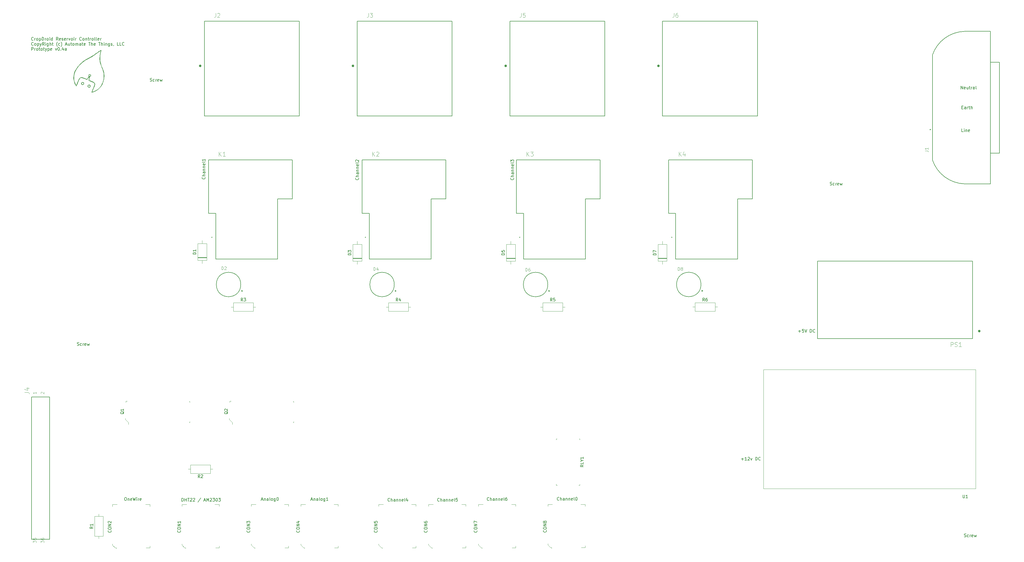
<source format=gto>
G04 #@! TF.GenerationSoftware,KiCad,Pcbnew,5.1.5-52549c5~84~ubuntu18.04.1*
G04 #@! TF.CreationDate,2020-02-20T19:04:47-05:00*
G04 #@! TF.ProjectId,cropdroid-reservoir,63726f70-6472-46f6-9964-2d7265736572,0.5a*
G04 #@! TF.SameCoordinates,Original*
G04 #@! TF.FileFunction,Legend,Top*
G04 #@! TF.FilePolarity,Positive*
%FSLAX46Y46*%
G04 Gerber Fmt 4.6, Leading zero omitted, Abs format (unit mm)*
G04 Created by KiCad (PCBNEW 5.1.5-52549c5~84~ubuntu18.04.1) date 2020-02-20 19:04:47*
%MOMM*%
%LPD*%
G04 APERTURE LIST*
%ADD10C,0.150000*%
%ADD11C,0.120000*%
%ADD12C,0.200000*%
%ADD13C,0.152400*%
%ADD14C,0.127000*%
%ADD15C,0.400000*%
%ADD16C,0.100000*%
%ADD17C,0.300000*%
%ADD18C,0.010000*%
%ADD19C,0.015000*%
G04 APERTURE END LIST*
D10*
X304749533Y-143759228D02*
X305511438Y-143759228D01*
X305130485Y-144140180D02*
X305130485Y-143378276D01*
X306463819Y-143140180D02*
X305987628Y-143140180D01*
X305940009Y-143616371D01*
X305987628Y-143568752D01*
X306082866Y-143521133D01*
X306320961Y-143521133D01*
X306416200Y-143568752D01*
X306463819Y-143616371D01*
X306511438Y-143711609D01*
X306511438Y-143949704D01*
X306463819Y-144044942D01*
X306416200Y-144092561D01*
X306320961Y-144140180D01*
X306082866Y-144140180D01*
X305987628Y-144092561D01*
X305940009Y-144044942D01*
X306797152Y-143140180D02*
X307130485Y-144140180D01*
X307463819Y-143140180D01*
X308559057Y-144140180D02*
X308559057Y-143140180D01*
X308797152Y-143140180D01*
X308940009Y-143187800D01*
X309035247Y-143283038D01*
X309082866Y-143378276D01*
X309130485Y-143568752D01*
X309130485Y-143711609D01*
X309082866Y-143902085D01*
X309035247Y-143997323D01*
X308940009Y-144092561D01*
X308797152Y-144140180D01*
X308559057Y-144140180D01*
X310130485Y-144044942D02*
X310082866Y-144092561D01*
X309940009Y-144140180D01*
X309844771Y-144140180D01*
X309701914Y-144092561D01*
X309606676Y-143997323D01*
X309559057Y-143902085D01*
X309511438Y-143711609D01*
X309511438Y-143568752D01*
X309559057Y-143378276D01*
X309606676Y-143283038D01*
X309701914Y-143187800D01*
X309844771Y-143140180D01*
X309940009Y-143140180D01*
X310082866Y-143187800D01*
X310130485Y-143235419D01*
X102732676Y-199512180D02*
X102732676Y-198512180D01*
X102970771Y-198512180D01*
X103113628Y-198559800D01*
X103208866Y-198655038D01*
X103256485Y-198750276D01*
X103304104Y-198940752D01*
X103304104Y-199083609D01*
X103256485Y-199274085D01*
X103208866Y-199369323D01*
X103113628Y-199464561D01*
X102970771Y-199512180D01*
X102732676Y-199512180D01*
X103732676Y-199512180D02*
X103732676Y-198512180D01*
X103732676Y-198988371D02*
X104304104Y-198988371D01*
X104304104Y-199512180D02*
X104304104Y-198512180D01*
X104637438Y-198512180D02*
X105208866Y-198512180D01*
X104923152Y-199512180D02*
X104923152Y-198512180D01*
X105494580Y-198607419D02*
X105542200Y-198559800D01*
X105637438Y-198512180D01*
X105875533Y-198512180D01*
X105970771Y-198559800D01*
X106018390Y-198607419D01*
X106066009Y-198702657D01*
X106066009Y-198797895D01*
X106018390Y-198940752D01*
X105446961Y-199512180D01*
X106066009Y-199512180D01*
X106446961Y-198607419D02*
X106494580Y-198559800D01*
X106589819Y-198512180D01*
X106827914Y-198512180D01*
X106923152Y-198559800D01*
X106970771Y-198607419D01*
X107018390Y-198702657D01*
X107018390Y-198797895D01*
X106970771Y-198940752D01*
X106399342Y-199512180D01*
X107018390Y-199512180D01*
X108923152Y-198464561D02*
X108066009Y-199750276D01*
X109970771Y-199226466D02*
X110446961Y-199226466D01*
X109875533Y-199512180D02*
X110208866Y-198512180D01*
X110542200Y-199512180D01*
X110875533Y-199512180D02*
X110875533Y-198512180D01*
X111208866Y-199226466D01*
X111542200Y-198512180D01*
X111542200Y-199512180D01*
X111970771Y-198607419D02*
X112018390Y-198559800D01*
X112113628Y-198512180D01*
X112351723Y-198512180D01*
X112446961Y-198559800D01*
X112494580Y-198607419D01*
X112542200Y-198702657D01*
X112542200Y-198797895D01*
X112494580Y-198940752D01*
X111923152Y-199512180D01*
X112542200Y-199512180D01*
X112875533Y-198512180D02*
X113494580Y-198512180D01*
X113161247Y-198893133D01*
X113304104Y-198893133D01*
X113399342Y-198940752D01*
X113446961Y-198988371D01*
X113494580Y-199083609D01*
X113494580Y-199321704D01*
X113446961Y-199416942D01*
X113399342Y-199464561D01*
X113304104Y-199512180D01*
X113018390Y-199512180D01*
X112923152Y-199464561D01*
X112875533Y-199416942D01*
X114113628Y-198512180D02*
X114208866Y-198512180D01*
X114304104Y-198559800D01*
X114351723Y-198607419D01*
X114399342Y-198702657D01*
X114446961Y-198893133D01*
X114446961Y-199131228D01*
X114399342Y-199321704D01*
X114351723Y-199416942D01*
X114304104Y-199464561D01*
X114208866Y-199512180D01*
X114113628Y-199512180D01*
X114018390Y-199464561D01*
X113970771Y-199416942D01*
X113923152Y-199321704D01*
X113875533Y-199131228D01*
X113875533Y-198893133D01*
X113923152Y-198702657D01*
X113970771Y-198607419D01*
X114018390Y-198559800D01*
X114113628Y-198512180D01*
X114780295Y-198512180D02*
X115399342Y-198512180D01*
X115066009Y-198893133D01*
X115208866Y-198893133D01*
X115304104Y-198940752D01*
X115351723Y-198988371D01*
X115399342Y-199083609D01*
X115399342Y-199321704D01*
X115351723Y-199416942D01*
X115304104Y-199464561D01*
X115208866Y-199512180D01*
X114923152Y-199512180D01*
X114827914Y-199464561D01*
X114780295Y-199416942D01*
X286032961Y-185669228D02*
X286794866Y-185669228D01*
X286413914Y-186050180D02*
X286413914Y-185288276D01*
X287794866Y-186050180D02*
X287223438Y-186050180D01*
X287509152Y-186050180D02*
X287509152Y-185050180D01*
X287413914Y-185193038D01*
X287318676Y-185288276D01*
X287223438Y-185335895D01*
X288175819Y-185145419D02*
X288223438Y-185097800D01*
X288318676Y-185050180D01*
X288556771Y-185050180D01*
X288652009Y-185097800D01*
X288699628Y-185145419D01*
X288747247Y-185240657D01*
X288747247Y-185335895D01*
X288699628Y-185478752D01*
X288128200Y-186050180D01*
X288747247Y-186050180D01*
X289080580Y-185383514D02*
X289318676Y-186050180D01*
X289556771Y-185383514D01*
X290699628Y-186050180D02*
X290699628Y-185050180D01*
X290937723Y-185050180D01*
X291080580Y-185097800D01*
X291175819Y-185193038D01*
X291223438Y-185288276D01*
X291271057Y-185478752D01*
X291271057Y-185621609D01*
X291223438Y-185812085D01*
X291175819Y-185907323D01*
X291080580Y-186002561D01*
X290937723Y-186050180D01*
X290699628Y-186050180D01*
X292271057Y-185954942D02*
X292223438Y-186002561D01*
X292080580Y-186050180D01*
X291985342Y-186050180D01*
X291842485Y-186002561D01*
X291747247Y-185907323D01*
X291699628Y-185812085D01*
X291652009Y-185621609D01*
X291652009Y-185478752D01*
X291699628Y-185288276D01*
X291747247Y-185193038D01*
X291842485Y-185097800D01*
X291985342Y-185050180D01*
X292080580Y-185050180D01*
X292223438Y-185097800D01*
X292271057Y-185145419D01*
X357975209Y-64384180D02*
X357975209Y-63384180D01*
X358546638Y-64384180D01*
X358546638Y-63384180D01*
X359403780Y-64336561D02*
X359308542Y-64384180D01*
X359118066Y-64384180D01*
X359022828Y-64336561D01*
X358975209Y-64241323D01*
X358975209Y-63860371D01*
X359022828Y-63765133D01*
X359118066Y-63717514D01*
X359308542Y-63717514D01*
X359403780Y-63765133D01*
X359451400Y-63860371D01*
X359451400Y-63955609D01*
X358975209Y-64050847D01*
X360308542Y-63717514D02*
X360308542Y-64384180D01*
X359879971Y-63717514D02*
X359879971Y-64241323D01*
X359927590Y-64336561D01*
X360022828Y-64384180D01*
X360165685Y-64384180D01*
X360260923Y-64336561D01*
X360308542Y-64288942D01*
X360641876Y-63717514D02*
X361022828Y-63717514D01*
X360784733Y-63384180D02*
X360784733Y-64241323D01*
X360832352Y-64336561D01*
X360927590Y-64384180D01*
X361022828Y-64384180D01*
X361356161Y-64384180D02*
X361356161Y-63717514D01*
X361356161Y-63907990D02*
X361403780Y-63812752D01*
X361451400Y-63765133D01*
X361546638Y-63717514D01*
X361641876Y-63717514D01*
X362403780Y-64384180D02*
X362403780Y-63860371D01*
X362356161Y-63765133D01*
X362260923Y-63717514D01*
X362070447Y-63717514D01*
X361975209Y-63765133D01*
X362403780Y-64336561D02*
X362308542Y-64384180D01*
X362070447Y-64384180D01*
X361975209Y-64336561D01*
X361927590Y-64241323D01*
X361927590Y-64146085D01*
X361975209Y-64050847D01*
X362070447Y-64003228D01*
X362308542Y-64003228D01*
X362403780Y-63955609D01*
X363022828Y-64384180D02*
X362927590Y-64336561D01*
X362879971Y-64241323D01*
X362879971Y-63384180D01*
X358229114Y-70362771D02*
X358562447Y-70362771D01*
X358705304Y-70886580D02*
X358229114Y-70886580D01*
X358229114Y-69886580D01*
X358705304Y-69886580D01*
X359562447Y-70886580D02*
X359562447Y-70362771D01*
X359514828Y-70267533D01*
X359419590Y-70219914D01*
X359229114Y-70219914D01*
X359133876Y-70267533D01*
X359562447Y-70838961D02*
X359467209Y-70886580D01*
X359229114Y-70886580D01*
X359133876Y-70838961D01*
X359086257Y-70743723D01*
X359086257Y-70648485D01*
X359133876Y-70553247D01*
X359229114Y-70505628D01*
X359467209Y-70505628D01*
X359562447Y-70458009D01*
X360038638Y-70886580D02*
X360038638Y-70219914D01*
X360038638Y-70410390D02*
X360086257Y-70315152D01*
X360133876Y-70267533D01*
X360229114Y-70219914D01*
X360324352Y-70219914D01*
X360514828Y-70219914D02*
X360895780Y-70219914D01*
X360657685Y-69886580D02*
X360657685Y-70743723D01*
X360705304Y-70838961D01*
X360800542Y-70886580D01*
X360895780Y-70886580D01*
X361229114Y-70886580D02*
X361229114Y-69886580D01*
X361657685Y-70886580D02*
X361657685Y-70362771D01*
X361610066Y-70267533D01*
X361514828Y-70219914D01*
X361371971Y-70219914D01*
X361276733Y-70267533D01*
X361229114Y-70315152D01*
X358702076Y-78379580D02*
X358225885Y-78379580D01*
X358225885Y-77379580D01*
X359035409Y-78379580D02*
X359035409Y-77712914D01*
X359035409Y-77379580D02*
X358987790Y-77427200D01*
X359035409Y-77474819D01*
X359083028Y-77427200D01*
X359035409Y-77379580D01*
X359035409Y-77474819D01*
X359511600Y-77712914D02*
X359511600Y-78379580D01*
X359511600Y-77808152D02*
X359559219Y-77760533D01*
X359654457Y-77712914D01*
X359797314Y-77712914D01*
X359892552Y-77760533D01*
X359940171Y-77855771D01*
X359940171Y-78379580D01*
X360797314Y-78331961D02*
X360702076Y-78379580D01*
X360511600Y-78379580D01*
X360416361Y-78331961D01*
X360368742Y-78236723D01*
X360368742Y-77855771D01*
X360416361Y-77760533D01*
X360511600Y-77712914D01*
X360702076Y-77712914D01*
X360797314Y-77760533D01*
X360844933Y-77855771D01*
X360844933Y-77951009D01*
X360368742Y-78046247D01*
X211367642Y-93535166D02*
X211415261Y-93582785D01*
X211462880Y-93725642D01*
X211462880Y-93820880D01*
X211415261Y-93963738D01*
X211320023Y-94058976D01*
X211224785Y-94106595D01*
X211034309Y-94154214D01*
X210891452Y-94154214D01*
X210700976Y-94106595D01*
X210605738Y-94058976D01*
X210510500Y-93963738D01*
X210462880Y-93820880D01*
X210462880Y-93725642D01*
X210510500Y-93582785D01*
X210558119Y-93535166D01*
X211462880Y-93106595D02*
X210462880Y-93106595D01*
X211462880Y-92678023D02*
X210939071Y-92678023D01*
X210843833Y-92725642D01*
X210796214Y-92820880D01*
X210796214Y-92963738D01*
X210843833Y-93058976D01*
X210891452Y-93106595D01*
X211462880Y-91773261D02*
X210939071Y-91773261D01*
X210843833Y-91820880D01*
X210796214Y-91916119D01*
X210796214Y-92106595D01*
X210843833Y-92201833D01*
X211415261Y-91773261D02*
X211462880Y-91868500D01*
X211462880Y-92106595D01*
X211415261Y-92201833D01*
X211320023Y-92249452D01*
X211224785Y-92249452D01*
X211129547Y-92201833D01*
X211081928Y-92106595D01*
X211081928Y-91868500D01*
X211034309Y-91773261D01*
X210796214Y-91297071D02*
X211462880Y-91297071D01*
X210891452Y-91297071D02*
X210843833Y-91249452D01*
X210796214Y-91154214D01*
X210796214Y-91011357D01*
X210843833Y-90916119D01*
X210939071Y-90868500D01*
X211462880Y-90868500D01*
X210796214Y-90392309D02*
X211462880Y-90392309D01*
X210891452Y-90392309D02*
X210843833Y-90344690D01*
X210796214Y-90249452D01*
X210796214Y-90106595D01*
X210843833Y-90011357D01*
X210939071Y-89963738D01*
X211462880Y-89963738D01*
X211415261Y-89106595D02*
X211462880Y-89201833D01*
X211462880Y-89392309D01*
X211415261Y-89487547D01*
X211320023Y-89535166D01*
X210939071Y-89535166D01*
X210843833Y-89487547D01*
X210796214Y-89392309D01*
X210796214Y-89201833D01*
X210843833Y-89106595D01*
X210939071Y-89058976D01*
X211034309Y-89058976D01*
X211129547Y-89535166D01*
X211462880Y-88487547D02*
X211415261Y-88582785D01*
X211320023Y-88630404D01*
X210462880Y-88630404D01*
X210462880Y-88201833D02*
X210462880Y-87582785D01*
X210843833Y-87916119D01*
X210843833Y-87773261D01*
X210891452Y-87678023D01*
X210939071Y-87630404D01*
X211034309Y-87582785D01*
X211272404Y-87582785D01*
X211367642Y-87630404D01*
X211415261Y-87678023D01*
X211462880Y-87773261D01*
X211462880Y-88058976D01*
X211415261Y-88154214D01*
X211367642Y-88201833D01*
X160567642Y-93535166D02*
X160615261Y-93582785D01*
X160662880Y-93725642D01*
X160662880Y-93820880D01*
X160615261Y-93963738D01*
X160520023Y-94058976D01*
X160424785Y-94106595D01*
X160234309Y-94154214D01*
X160091452Y-94154214D01*
X159900976Y-94106595D01*
X159805738Y-94058976D01*
X159710500Y-93963738D01*
X159662880Y-93820880D01*
X159662880Y-93725642D01*
X159710500Y-93582785D01*
X159758119Y-93535166D01*
X160662880Y-93106595D02*
X159662880Y-93106595D01*
X160662880Y-92678023D02*
X160139071Y-92678023D01*
X160043833Y-92725642D01*
X159996214Y-92820880D01*
X159996214Y-92963738D01*
X160043833Y-93058976D01*
X160091452Y-93106595D01*
X160662880Y-91773261D02*
X160139071Y-91773261D01*
X160043833Y-91820880D01*
X159996214Y-91916119D01*
X159996214Y-92106595D01*
X160043833Y-92201833D01*
X160615261Y-91773261D02*
X160662880Y-91868500D01*
X160662880Y-92106595D01*
X160615261Y-92201833D01*
X160520023Y-92249452D01*
X160424785Y-92249452D01*
X160329547Y-92201833D01*
X160281928Y-92106595D01*
X160281928Y-91868500D01*
X160234309Y-91773261D01*
X159996214Y-91297071D02*
X160662880Y-91297071D01*
X160091452Y-91297071D02*
X160043833Y-91249452D01*
X159996214Y-91154214D01*
X159996214Y-91011357D01*
X160043833Y-90916119D01*
X160139071Y-90868500D01*
X160662880Y-90868500D01*
X159996214Y-90392309D02*
X160662880Y-90392309D01*
X160091452Y-90392309D02*
X160043833Y-90344690D01*
X159996214Y-90249452D01*
X159996214Y-90106595D01*
X160043833Y-90011357D01*
X160139071Y-89963738D01*
X160662880Y-89963738D01*
X160615261Y-89106595D02*
X160662880Y-89201833D01*
X160662880Y-89392309D01*
X160615261Y-89487547D01*
X160520023Y-89535166D01*
X160139071Y-89535166D01*
X160043833Y-89487547D01*
X159996214Y-89392309D01*
X159996214Y-89201833D01*
X160043833Y-89106595D01*
X160139071Y-89058976D01*
X160234309Y-89058976D01*
X160329547Y-89535166D01*
X160662880Y-88487547D02*
X160615261Y-88582785D01*
X160520023Y-88630404D01*
X159662880Y-88630404D01*
X159758119Y-88154214D02*
X159710500Y-88106595D01*
X159662880Y-88011357D01*
X159662880Y-87773261D01*
X159710500Y-87678023D01*
X159758119Y-87630404D01*
X159853357Y-87582785D01*
X159948595Y-87582785D01*
X160091452Y-87630404D01*
X160662880Y-88201833D01*
X160662880Y-87582785D01*
X110275642Y-93281166D02*
X110323261Y-93328785D01*
X110370880Y-93471642D01*
X110370880Y-93566880D01*
X110323261Y-93709738D01*
X110228023Y-93804976D01*
X110132785Y-93852595D01*
X109942309Y-93900214D01*
X109799452Y-93900214D01*
X109608976Y-93852595D01*
X109513738Y-93804976D01*
X109418500Y-93709738D01*
X109370880Y-93566880D01*
X109370880Y-93471642D01*
X109418500Y-93328785D01*
X109466119Y-93281166D01*
X110370880Y-92852595D02*
X109370880Y-92852595D01*
X110370880Y-92424023D02*
X109847071Y-92424023D01*
X109751833Y-92471642D01*
X109704214Y-92566880D01*
X109704214Y-92709738D01*
X109751833Y-92804976D01*
X109799452Y-92852595D01*
X110370880Y-91519261D02*
X109847071Y-91519261D01*
X109751833Y-91566880D01*
X109704214Y-91662119D01*
X109704214Y-91852595D01*
X109751833Y-91947833D01*
X110323261Y-91519261D02*
X110370880Y-91614500D01*
X110370880Y-91852595D01*
X110323261Y-91947833D01*
X110228023Y-91995452D01*
X110132785Y-91995452D01*
X110037547Y-91947833D01*
X109989928Y-91852595D01*
X109989928Y-91614500D01*
X109942309Y-91519261D01*
X109704214Y-91043071D02*
X110370880Y-91043071D01*
X109799452Y-91043071D02*
X109751833Y-90995452D01*
X109704214Y-90900214D01*
X109704214Y-90757357D01*
X109751833Y-90662119D01*
X109847071Y-90614500D01*
X110370880Y-90614500D01*
X109704214Y-90138309D02*
X110370880Y-90138309D01*
X109799452Y-90138309D02*
X109751833Y-90090690D01*
X109704214Y-89995452D01*
X109704214Y-89852595D01*
X109751833Y-89757357D01*
X109847071Y-89709738D01*
X110370880Y-89709738D01*
X110323261Y-88852595D02*
X110370880Y-88947833D01*
X110370880Y-89138309D01*
X110323261Y-89233547D01*
X110228023Y-89281166D01*
X109847071Y-89281166D01*
X109751833Y-89233547D01*
X109704214Y-89138309D01*
X109704214Y-88947833D01*
X109751833Y-88852595D01*
X109847071Y-88804976D01*
X109942309Y-88804976D01*
X110037547Y-89281166D01*
X110370880Y-88233547D02*
X110323261Y-88328785D01*
X110228023Y-88376404D01*
X109370880Y-88376404D01*
X110370880Y-87328785D02*
X110370880Y-87900214D01*
X110370880Y-87614500D02*
X109370880Y-87614500D01*
X109513738Y-87709738D01*
X109608976Y-87804976D01*
X109656595Y-87900214D01*
X203352733Y-199162942D02*
X203305114Y-199210561D01*
X203162257Y-199258180D01*
X203067019Y-199258180D01*
X202924161Y-199210561D01*
X202828923Y-199115323D01*
X202781304Y-199020085D01*
X202733685Y-198829609D01*
X202733685Y-198686752D01*
X202781304Y-198496276D01*
X202828923Y-198401038D01*
X202924161Y-198305800D01*
X203067019Y-198258180D01*
X203162257Y-198258180D01*
X203305114Y-198305800D01*
X203352733Y-198353419D01*
X203781304Y-199258180D02*
X203781304Y-198258180D01*
X204209876Y-199258180D02*
X204209876Y-198734371D01*
X204162257Y-198639133D01*
X204067019Y-198591514D01*
X203924161Y-198591514D01*
X203828923Y-198639133D01*
X203781304Y-198686752D01*
X205114638Y-199258180D02*
X205114638Y-198734371D01*
X205067019Y-198639133D01*
X204971780Y-198591514D01*
X204781304Y-198591514D01*
X204686066Y-198639133D01*
X205114638Y-199210561D02*
X205019400Y-199258180D01*
X204781304Y-199258180D01*
X204686066Y-199210561D01*
X204638447Y-199115323D01*
X204638447Y-199020085D01*
X204686066Y-198924847D01*
X204781304Y-198877228D01*
X205019400Y-198877228D01*
X205114638Y-198829609D01*
X205590828Y-198591514D02*
X205590828Y-199258180D01*
X205590828Y-198686752D02*
X205638447Y-198639133D01*
X205733685Y-198591514D01*
X205876542Y-198591514D01*
X205971780Y-198639133D01*
X206019400Y-198734371D01*
X206019400Y-199258180D01*
X206495590Y-198591514D02*
X206495590Y-199258180D01*
X206495590Y-198686752D02*
X206543209Y-198639133D01*
X206638447Y-198591514D01*
X206781304Y-198591514D01*
X206876542Y-198639133D01*
X206924161Y-198734371D01*
X206924161Y-199258180D01*
X207781304Y-199210561D02*
X207686066Y-199258180D01*
X207495590Y-199258180D01*
X207400352Y-199210561D01*
X207352733Y-199115323D01*
X207352733Y-198734371D01*
X207400352Y-198639133D01*
X207495590Y-198591514D01*
X207686066Y-198591514D01*
X207781304Y-198639133D01*
X207828923Y-198734371D01*
X207828923Y-198829609D01*
X207352733Y-198924847D01*
X208400352Y-199258180D02*
X208305114Y-199210561D01*
X208257495Y-199115323D01*
X208257495Y-198258180D01*
X209209876Y-198258180D02*
X209019400Y-198258180D01*
X208924161Y-198305800D01*
X208876542Y-198353419D01*
X208781304Y-198496276D01*
X208733685Y-198686752D01*
X208733685Y-199067704D01*
X208781304Y-199162942D01*
X208828923Y-199210561D01*
X208924161Y-199258180D01*
X209114638Y-199258180D01*
X209209876Y-199210561D01*
X209257495Y-199162942D01*
X209305114Y-199067704D01*
X209305114Y-198829609D01*
X209257495Y-198734371D01*
X209209876Y-198686752D01*
X209114638Y-198639133D01*
X208924161Y-198639133D01*
X208828923Y-198686752D01*
X208781304Y-198734371D01*
X208733685Y-198829609D01*
X187096733Y-199416942D02*
X187049114Y-199464561D01*
X186906257Y-199512180D01*
X186811019Y-199512180D01*
X186668161Y-199464561D01*
X186572923Y-199369323D01*
X186525304Y-199274085D01*
X186477685Y-199083609D01*
X186477685Y-198940752D01*
X186525304Y-198750276D01*
X186572923Y-198655038D01*
X186668161Y-198559800D01*
X186811019Y-198512180D01*
X186906257Y-198512180D01*
X187049114Y-198559800D01*
X187096733Y-198607419D01*
X187525304Y-199512180D02*
X187525304Y-198512180D01*
X187953876Y-199512180D02*
X187953876Y-198988371D01*
X187906257Y-198893133D01*
X187811019Y-198845514D01*
X187668161Y-198845514D01*
X187572923Y-198893133D01*
X187525304Y-198940752D01*
X188858638Y-199512180D02*
X188858638Y-198988371D01*
X188811019Y-198893133D01*
X188715780Y-198845514D01*
X188525304Y-198845514D01*
X188430066Y-198893133D01*
X188858638Y-199464561D02*
X188763400Y-199512180D01*
X188525304Y-199512180D01*
X188430066Y-199464561D01*
X188382447Y-199369323D01*
X188382447Y-199274085D01*
X188430066Y-199178847D01*
X188525304Y-199131228D01*
X188763400Y-199131228D01*
X188858638Y-199083609D01*
X189334828Y-198845514D02*
X189334828Y-199512180D01*
X189334828Y-198940752D02*
X189382447Y-198893133D01*
X189477685Y-198845514D01*
X189620542Y-198845514D01*
X189715780Y-198893133D01*
X189763400Y-198988371D01*
X189763400Y-199512180D01*
X190239590Y-198845514D02*
X190239590Y-199512180D01*
X190239590Y-198940752D02*
X190287209Y-198893133D01*
X190382447Y-198845514D01*
X190525304Y-198845514D01*
X190620542Y-198893133D01*
X190668161Y-198988371D01*
X190668161Y-199512180D01*
X191525304Y-199464561D02*
X191430066Y-199512180D01*
X191239590Y-199512180D01*
X191144352Y-199464561D01*
X191096733Y-199369323D01*
X191096733Y-198988371D01*
X191144352Y-198893133D01*
X191239590Y-198845514D01*
X191430066Y-198845514D01*
X191525304Y-198893133D01*
X191572923Y-198988371D01*
X191572923Y-199083609D01*
X191096733Y-199178847D01*
X192144352Y-199512180D02*
X192049114Y-199464561D01*
X192001495Y-199369323D01*
X192001495Y-198512180D01*
X193001495Y-198512180D02*
X192525304Y-198512180D01*
X192477685Y-198988371D01*
X192525304Y-198940752D01*
X192620542Y-198893133D01*
X192858638Y-198893133D01*
X192953876Y-198940752D01*
X193001495Y-198988371D01*
X193049114Y-199083609D01*
X193049114Y-199321704D01*
X193001495Y-199416942D01*
X192953876Y-199464561D01*
X192858638Y-199512180D01*
X192620542Y-199512180D01*
X192525304Y-199464561D01*
X192477685Y-199416942D01*
X170840733Y-199416942D02*
X170793114Y-199464561D01*
X170650257Y-199512180D01*
X170555019Y-199512180D01*
X170412161Y-199464561D01*
X170316923Y-199369323D01*
X170269304Y-199274085D01*
X170221685Y-199083609D01*
X170221685Y-198940752D01*
X170269304Y-198750276D01*
X170316923Y-198655038D01*
X170412161Y-198559800D01*
X170555019Y-198512180D01*
X170650257Y-198512180D01*
X170793114Y-198559800D01*
X170840733Y-198607419D01*
X171269304Y-199512180D02*
X171269304Y-198512180D01*
X171697876Y-199512180D02*
X171697876Y-198988371D01*
X171650257Y-198893133D01*
X171555019Y-198845514D01*
X171412161Y-198845514D01*
X171316923Y-198893133D01*
X171269304Y-198940752D01*
X172602638Y-199512180D02*
X172602638Y-198988371D01*
X172555019Y-198893133D01*
X172459780Y-198845514D01*
X172269304Y-198845514D01*
X172174066Y-198893133D01*
X172602638Y-199464561D02*
X172507400Y-199512180D01*
X172269304Y-199512180D01*
X172174066Y-199464561D01*
X172126447Y-199369323D01*
X172126447Y-199274085D01*
X172174066Y-199178847D01*
X172269304Y-199131228D01*
X172507400Y-199131228D01*
X172602638Y-199083609D01*
X173078828Y-198845514D02*
X173078828Y-199512180D01*
X173078828Y-198940752D02*
X173126447Y-198893133D01*
X173221685Y-198845514D01*
X173364542Y-198845514D01*
X173459780Y-198893133D01*
X173507400Y-198988371D01*
X173507400Y-199512180D01*
X173983590Y-198845514D02*
X173983590Y-199512180D01*
X173983590Y-198940752D02*
X174031209Y-198893133D01*
X174126447Y-198845514D01*
X174269304Y-198845514D01*
X174364542Y-198893133D01*
X174412161Y-198988371D01*
X174412161Y-199512180D01*
X175269304Y-199464561D02*
X175174066Y-199512180D01*
X174983590Y-199512180D01*
X174888352Y-199464561D01*
X174840733Y-199369323D01*
X174840733Y-198988371D01*
X174888352Y-198893133D01*
X174983590Y-198845514D01*
X175174066Y-198845514D01*
X175269304Y-198893133D01*
X175316923Y-198988371D01*
X175316923Y-199083609D01*
X174840733Y-199178847D01*
X175888352Y-199512180D02*
X175793114Y-199464561D01*
X175745495Y-199369323D01*
X175745495Y-198512180D01*
X176697876Y-198845514D02*
X176697876Y-199512180D01*
X176459780Y-198464561D02*
X176221685Y-199178847D01*
X176840733Y-199178847D01*
X226314333Y-199112142D02*
X226266714Y-199159761D01*
X226123857Y-199207380D01*
X226028619Y-199207380D01*
X225885761Y-199159761D01*
X225790523Y-199064523D01*
X225742904Y-198969285D01*
X225695285Y-198778809D01*
X225695285Y-198635952D01*
X225742904Y-198445476D01*
X225790523Y-198350238D01*
X225885761Y-198255000D01*
X226028619Y-198207380D01*
X226123857Y-198207380D01*
X226266714Y-198255000D01*
X226314333Y-198302619D01*
X226742904Y-199207380D02*
X226742904Y-198207380D01*
X227171476Y-199207380D02*
X227171476Y-198683571D01*
X227123857Y-198588333D01*
X227028619Y-198540714D01*
X226885761Y-198540714D01*
X226790523Y-198588333D01*
X226742904Y-198635952D01*
X228076238Y-199207380D02*
X228076238Y-198683571D01*
X228028619Y-198588333D01*
X227933380Y-198540714D01*
X227742904Y-198540714D01*
X227647666Y-198588333D01*
X228076238Y-199159761D02*
X227981000Y-199207380D01*
X227742904Y-199207380D01*
X227647666Y-199159761D01*
X227600047Y-199064523D01*
X227600047Y-198969285D01*
X227647666Y-198874047D01*
X227742904Y-198826428D01*
X227981000Y-198826428D01*
X228076238Y-198778809D01*
X228552428Y-198540714D02*
X228552428Y-199207380D01*
X228552428Y-198635952D02*
X228600047Y-198588333D01*
X228695285Y-198540714D01*
X228838142Y-198540714D01*
X228933380Y-198588333D01*
X228981000Y-198683571D01*
X228981000Y-199207380D01*
X229457190Y-198540714D02*
X229457190Y-199207380D01*
X229457190Y-198635952D02*
X229504809Y-198588333D01*
X229600047Y-198540714D01*
X229742904Y-198540714D01*
X229838142Y-198588333D01*
X229885761Y-198683571D01*
X229885761Y-199207380D01*
X230742904Y-199159761D02*
X230647666Y-199207380D01*
X230457190Y-199207380D01*
X230361952Y-199159761D01*
X230314333Y-199064523D01*
X230314333Y-198683571D01*
X230361952Y-198588333D01*
X230457190Y-198540714D01*
X230647666Y-198540714D01*
X230742904Y-198588333D01*
X230790523Y-198683571D01*
X230790523Y-198778809D01*
X230314333Y-198874047D01*
X231361952Y-199207380D02*
X231266714Y-199159761D01*
X231219095Y-199064523D01*
X231219095Y-198207380D01*
X231933380Y-198207380D02*
X232028619Y-198207380D01*
X232123857Y-198255000D01*
X232171476Y-198302619D01*
X232219095Y-198397857D01*
X232266714Y-198588333D01*
X232266714Y-198826428D01*
X232219095Y-199016904D01*
X232171476Y-199112142D01*
X232123857Y-199159761D01*
X232028619Y-199207380D01*
X231933380Y-199207380D01*
X231838142Y-199159761D01*
X231790523Y-199112142D01*
X231742904Y-199016904D01*
X231695285Y-198826428D01*
X231695285Y-198588333D01*
X231742904Y-198397857D01*
X231790523Y-198302619D01*
X231838142Y-198255000D01*
X231933380Y-198207380D01*
X145067685Y-198972466D02*
X145543876Y-198972466D01*
X144972447Y-199258180D02*
X145305780Y-198258180D01*
X145639114Y-199258180D01*
X145972447Y-198591514D02*
X145972447Y-199258180D01*
X145972447Y-198686752D02*
X146020066Y-198639133D01*
X146115304Y-198591514D01*
X146258161Y-198591514D01*
X146353400Y-198639133D01*
X146401019Y-198734371D01*
X146401019Y-199258180D01*
X147305780Y-199258180D02*
X147305780Y-198734371D01*
X147258161Y-198639133D01*
X147162923Y-198591514D01*
X146972447Y-198591514D01*
X146877209Y-198639133D01*
X147305780Y-199210561D02*
X147210542Y-199258180D01*
X146972447Y-199258180D01*
X146877209Y-199210561D01*
X146829590Y-199115323D01*
X146829590Y-199020085D01*
X146877209Y-198924847D01*
X146972447Y-198877228D01*
X147210542Y-198877228D01*
X147305780Y-198829609D01*
X147924828Y-199258180D02*
X147829590Y-199210561D01*
X147781971Y-199115323D01*
X147781971Y-198258180D01*
X148448638Y-199258180D02*
X148353400Y-199210561D01*
X148305780Y-199162942D01*
X148258161Y-199067704D01*
X148258161Y-198781990D01*
X148305780Y-198686752D01*
X148353400Y-198639133D01*
X148448638Y-198591514D01*
X148591495Y-198591514D01*
X148686733Y-198639133D01*
X148734352Y-198686752D01*
X148781971Y-198781990D01*
X148781971Y-199067704D01*
X148734352Y-199162942D01*
X148686733Y-199210561D01*
X148591495Y-199258180D01*
X148448638Y-199258180D01*
X149639114Y-198591514D02*
X149639114Y-199401038D01*
X149591495Y-199496276D01*
X149543876Y-199543895D01*
X149448638Y-199591514D01*
X149305780Y-199591514D01*
X149210542Y-199543895D01*
X149639114Y-199210561D02*
X149543876Y-199258180D01*
X149353400Y-199258180D01*
X149258161Y-199210561D01*
X149210542Y-199162942D01*
X149162923Y-199067704D01*
X149162923Y-198781990D01*
X149210542Y-198686752D01*
X149258161Y-198639133D01*
X149353400Y-198591514D01*
X149543876Y-198591514D01*
X149639114Y-198639133D01*
X150639114Y-199258180D02*
X150067685Y-199258180D01*
X150353400Y-199258180D02*
X150353400Y-198258180D01*
X150258161Y-198401038D01*
X150162923Y-198496276D01*
X150067685Y-198543895D01*
X128811685Y-198972466D02*
X129287876Y-198972466D01*
X128716447Y-199258180D02*
X129049780Y-198258180D01*
X129383114Y-199258180D01*
X129716447Y-198591514D02*
X129716447Y-199258180D01*
X129716447Y-198686752D02*
X129764066Y-198639133D01*
X129859304Y-198591514D01*
X130002161Y-198591514D01*
X130097400Y-198639133D01*
X130145019Y-198734371D01*
X130145019Y-199258180D01*
X131049780Y-199258180D02*
X131049780Y-198734371D01*
X131002161Y-198639133D01*
X130906923Y-198591514D01*
X130716447Y-198591514D01*
X130621209Y-198639133D01*
X131049780Y-199210561D02*
X130954542Y-199258180D01*
X130716447Y-199258180D01*
X130621209Y-199210561D01*
X130573590Y-199115323D01*
X130573590Y-199020085D01*
X130621209Y-198924847D01*
X130716447Y-198877228D01*
X130954542Y-198877228D01*
X131049780Y-198829609D01*
X131668828Y-199258180D02*
X131573590Y-199210561D01*
X131525971Y-199115323D01*
X131525971Y-198258180D01*
X132192638Y-199258180D02*
X132097400Y-199210561D01*
X132049780Y-199162942D01*
X132002161Y-199067704D01*
X132002161Y-198781990D01*
X132049780Y-198686752D01*
X132097400Y-198639133D01*
X132192638Y-198591514D01*
X132335495Y-198591514D01*
X132430733Y-198639133D01*
X132478352Y-198686752D01*
X132525971Y-198781990D01*
X132525971Y-199067704D01*
X132478352Y-199162942D01*
X132430733Y-199210561D01*
X132335495Y-199258180D01*
X132192638Y-199258180D01*
X133383114Y-198591514D02*
X133383114Y-199401038D01*
X133335495Y-199496276D01*
X133287876Y-199543895D01*
X133192638Y-199591514D01*
X133049780Y-199591514D01*
X132954542Y-199543895D01*
X133383114Y-199210561D02*
X133287876Y-199258180D01*
X133097400Y-199258180D01*
X133002161Y-199210561D01*
X132954542Y-199162942D01*
X132906923Y-199067704D01*
X132906923Y-198781990D01*
X132954542Y-198686752D01*
X133002161Y-198639133D01*
X133097400Y-198591514D01*
X133287876Y-198591514D01*
X133383114Y-198639133D01*
X134049780Y-198258180D02*
X134145019Y-198258180D01*
X134240257Y-198305800D01*
X134287876Y-198353419D01*
X134335495Y-198448657D01*
X134383114Y-198639133D01*
X134383114Y-198877228D01*
X134335495Y-199067704D01*
X134287876Y-199162942D01*
X134240257Y-199210561D01*
X134145019Y-199258180D01*
X134049780Y-199258180D01*
X133954542Y-199210561D01*
X133906923Y-199162942D01*
X133859304Y-199067704D01*
X133811685Y-198877228D01*
X133811685Y-198639133D01*
X133859304Y-198448657D01*
X133906923Y-198353419D01*
X133954542Y-198305800D01*
X134049780Y-198258180D01*
X84204490Y-198270880D02*
X84394966Y-198270880D01*
X84490204Y-198318500D01*
X84585442Y-198413738D01*
X84633061Y-198604214D01*
X84633061Y-198937547D01*
X84585442Y-199128023D01*
X84490204Y-199223261D01*
X84394966Y-199270880D01*
X84204490Y-199270880D01*
X84109252Y-199223261D01*
X84014014Y-199128023D01*
X83966395Y-198937547D01*
X83966395Y-198604214D01*
X84014014Y-198413738D01*
X84109252Y-198318500D01*
X84204490Y-198270880D01*
X85061633Y-198604214D02*
X85061633Y-199270880D01*
X85061633Y-198699452D02*
X85109252Y-198651833D01*
X85204490Y-198604214D01*
X85347347Y-198604214D01*
X85442585Y-198651833D01*
X85490204Y-198747071D01*
X85490204Y-199270880D01*
X86347347Y-199223261D02*
X86252109Y-199270880D01*
X86061633Y-199270880D01*
X85966395Y-199223261D01*
X85918776Y-199128023D01*
X85918776Y-198747071D01*
X85966395Y-198651833D01*
X86061633Y-198604214D01*
X86252109Y-198604214D01*
X86347347Y-198651833D01*
X86394966Y-198747071D01*
X86394966Y-198842309D01*
X85918776Y-198937547D01*
X86728300Y-198270880D02*
X86966395Y-199270880D01*
X87156871Y-198556595D01*
X87347347Y-199270880D01*
X87585442Y-198270880D01*
X87966395Y-199270880D02*
X87966395Y-198604214D01*
X87966395Y-198270880D02*
X87918776Y-198318500D01*
X87966395Y-198366119D01*
X88014014Y-198318500D01*
X87966395Y-198270880D01*
X87966395Y-198366119D01*
X88442585Y-199270880D02*
X88442585Y-198604214D01*
X88442585Y-198794690D02*
X88490204Y-198699452D01*
X88537823Y-198651833D01*
X88633061Y-198604214D01*
X88728300Y-198604214D01*
X89442585Y-199223261D02*
X89347347Y-199270880D01*
X89156871Y-199270880D01*
X89061633Y-199223261D01*
X89014014Y-199128023D01*
X89014014Y-198747071D01*
X89061633Y-198651833D01*
X89156871Y-198604214D01*
X89347347Y-198604214D01*
X89442585Y-198651833D01*
X89490204Y-198747071D01*
X89490204Y-198842309D01*
X89014014Y-198937547D01*
X54094623Y-48326042D02*
X54047004Y-48373661D01*
X53904147Y-48421280D01*
X53808909Y-48421280D01*
X53666052Y-48373661D01*
X53570814Y-48278423D01*
X53523195Y-48183185D01*
X53475576Y-47992709D01*
X53475576Y-47849852D01*
X53523195Y-47659376D01*
X53570814Y-47564138D01*
X53666052Y-47468900D01*
X53808909Y-47421280D01*
X53904147Y-47421280D01*
X54047004Y-47468900D01*
X54094623Y-47516519D01*
X54523195Y-48421280D02*
X54523195Y-47754614D01*
X54523195Y-47945090D02*
X54570814Y-47849852D01*
X54618433Y-47802233D01*
X54713671Y-47754614D01*
X54808909Y-47754614D01*
X55285100Y-48421280D02*
X55189861Y-48373661D01*
X55142242Y-48326042D01*
X55094623Y-48230804D01*
X55094623Y-47945090D01*
X55142242Y-47849852D01*
X55189861Y-47802233D01*
X55285100Y-47754614D01*
X55427957Y-47754614D01*
X55523195Y-47802233D01*
X55570814Y-47849852D01*
X55618433Y-47945090D01*
X55618433Y-48230804D01*
X55570814Y-48326042D01*
X55523195Y-48373661D01*
X55427957Y-48421280D01*
X55285100Y-48421280D01*
X56047004Y-47754614D02*
X56047004Y-48754614D01*
X56047004Y-47802233D02*
X56142242Y-47754614D01*
X56332719Y-47754614D01*
X56427957Y-47802233D01*
X56475576Y-47849852D01*
X56523195Y-47945090D01*
X56523195Y-48230804D01*
X56475576Y-48326042D01*
X56427957Y-48373661D01*
X56332719Y-48421280D01*
X56142242Y-48421280D01*
X56047004Y-48373661D01*
X56951766Y-48421280D02*
X56951766Y-47421280D01*
X57189861Y-47421280D01*
X57332719Y-47468900D01*
X57427957Y-47564138D01*
X57475576Y-47659376D01*
X57523195Y-47849852D01*
X57523195Y-47992709D01*
X57475576Y-48183185D01*
X57427957Y-48278423D01*
X57332719Y-48373661D01*
X57189861Y-48421280D01*
X56951766Y-48421280D01*
X57951766Y-48421280D02*
X57951766Y-47754614D01*
X57951766Y-47945090D02*
X57999385Y-47849852D01*
X58047004Y-47802233D01*
X58142242Y-47754614D01*
X58237480Y-47754614D01*
X58713671Y-48421280D02*
X58618433Y-48373661D01*
X58570814Y-48326042D01*
X58523195Y-48230804D01*
X58523195Y-47945090D01*
X58570814Y-47849852D01*
X58618433Y-47802233D01*
X58713671Y-47754614D01*
X58856528Y-47754614D01*
X58951766Y-47802233D01*
X58999385Y-47849852D01*
X59047004Y-47945090D01*
X59047004Y-48230804D01*
X58999385Y-48326042D01*
X58951766Y-48373661D01*
X58856528Y-48421280D01*
X58713671Y-48421280D01*
X59475576Y-48421280D02*
X59475576Y-47754614D01*
X59475576Y-47421280D02*
X59427957Y-47468900D01*
X59475576Y-47516519D01*
X59523195Y-47468900D01*
X59475576Y-47421280D01*
X59475576Y-47516519D01*
X60380338Y-48421280D02*
X60380338Y-47421280D01*
X60380338Y-48373661D02*
X60285100Y-48421280D01*
X60094623Y-48421280D01*
X59999385Y-48373661D01*
X59951766Y-48326042D01*
X59904147Y-48230804D01*
X59904147Y-47945090D01*
X59951766Y-47849852D01*
X59999385Y-47802233D01*
X60094623Y-47754614D01*
X60285100Y-47754614D01*
X60380338Y-47802233D01*
X62189861Y-48421280D02*
X61856528Y-47945090D01*
X61618433Y-48421280D02*
X61618433Y-47421280D01*
X61999385Y-47421280D01*
X62094623Y-47468900D01*
X62142242Y-47516519D01*
X62189861Y-47611757D01*
X62189861Y-47754614D01*
X62142242Y-47849852D01*
X62094623Y-47897471D01*
X61999385Y-47945090D01*
X61618433Y-47945090D01*
X62999385Y-48373661D02*
X62904147Y-48421280D01*
X62713671Y-48421280D01*
X62618433Y-48373661D01*
X62570814Y-48278423D01*
X62570814Y-47897471D01*
X62618433Y-47802233D01*
X62713671Y-47754614D01*
X62904147Y-47754614D01*
X62999385Y-47802233D01*
X63047004Y-47897471D01*
X63047004Y-47992709D01*
X62570814Y-48087947D01*
X63427957Y-48373661D02*
X63523195Y-48421280D01*
X63713671Y-48421280D01*
X63808909Y-48373661D01*
X63856528Y-48278423D01*
X63856528Y-48230804D01*
X63808909Y-48135566D01*
X63713671Y-48087947D01*
X63570814Y-48087947D01*
X63475576Y-48040328D01*
X63427957Y-47945090D01*
X63427957Y-47897471D01*
X63475576Y-47802233D01*
X63570814Y-47754614D01*
X63713671Y-47754614D01*
X63808909Y-47802233D01*
X64666052Y-48373661D02*
X64570814Y-48421280D01*
X64380338Y-48421280D01*
X64285100Y-48373661D01*
X64237480Y-48278423D01*
X64237480Y-47897471D01*
X64285100Y-47802233D01*
X64380338Y-47754614D01*
X64570814Y-47754614D01*
X64666052Y-47802233D01*
X64713671Y-47897471D01*
X64713671Y-47992709D01*
X64237480Y-48087947D01*
X65142242Y-48421280D02*
X65142242Y-47754614D01*
X65142242Y-47945090D02*
X65189861Y-47849852D01*
X65237480Y-47802233D01*
X65332719Y-47754614D01*
X65427957Y-47754614D01*
X65666052Y-47754614D02*
X65904147Y-48421280D01*
X66142242Y-47754614D01*
X66666052Y-48421280D02*
X66570814Y-48373661D01*
X66523195Y-48326042D01*
X66475576Y-48230804D01*
X66475576Y-47945090D01*
X66523195Y-47849852D01*
X66570814Y-47802233D01*
X66666052Y-47754614D01*
X66808909Y-47754614D01*
X66904147Y-47802233D01*
X66951766Y-47849852D01*
X66999385Y-47945090D01*
X66999385Y-48230804D01*
X66951766Y-48326042D01*
X66904147Y-48373661D01*
X66808909Y-48421280D01*
X66666052Y-48421280D01*
X67427957Y-48421280D02*
X67427957Y-47754614D01*
X67427957Y-47421280D02*
X67380338Y-47468900D01*
X67427957Y-47516519D01*
X67475576Y-47468900D01*
X67427957Y-47421280D01*
X67427957Y-47516519D01*
X67904147Y-48421280D02*
X67904147Y-47754614D01*
X67904147Y-47945090D02*
X67951766Y-47849852D01*
X67999385Y-47802233D01*
X68094623Y-47754614D01*
X68189861Y-47754614D01*
X69856528Y-48326042D02*
X69808909Y-48373661D01*
X69666052Y-48421280D01*
X69570814Y-48421280D01*
X69427957Y-48373661D01*
X69332719Y-48278423D01*
X69285100Y-48183185D01*
X69237480Y-47992709D01*
X69237480Y-47849852D01*
X69285100Y-47659376D01*
X69332719Y-47564138D01*
X69427957Y-47468900D01*
X69570814Y-47421280D01*
X69666052Y-47421280D01*
X69808909Y-47468900D01*
X69856528Y-47516519D01*
X70427957Y-48421280D02*
X70332719Y-48373661D01*
X70285100Y-48326042D01*
X70237480Y-48230804D01*
X70237480Y-47945090D01*
X70285100Y-47849852D01*
X70332719Y-47802233D01*
X70427957Y-47754614D01*
X70570814Y-47754614D01*
X70666052Y-47802233D01*
X70713671Y-47849852D01*
X70761290Y-47945090D01*
X70761290Y-48230804D01*
X70713671Y-48326042D01*
X70666052Y-48373661D01*
X70570814Y-48421280D01*
X70427957Y-48421280D01*
X71189861Y-47754614D02*
X71189861Y-48421280D01*
X71189861Y-47849852D02*
X71237480Y-47802233D01*
X71332719Y-47754614D01*
X71475576Y-47754614D01*
X71570814Y-47802233D01*
X71618433Y-47897471D01*
X71618433Y-48421280D01*
X71951766Y-47754614D02*
X72332719Y-47754614D01*
X72094623Y-47421280D02*
X72094623Y-48278423D01*
X72142242Y-48373661D01*
X72237480Y-48421280D01*
X72332719Y-48421280D01*
X72666052Y-48421280D02*
X72666052Y-47754614D01*
X72666052Y-47945090D02*
X72713671Y-47849852D01*
X72761290Y-47802233D01*
X72856528Y-47754614D01*
X72951766Y-47754614D01*
X73427957Y-48421280D02*
X73332719Y-48373661D01*
X73285100Y-48326042D01*
X73237480Y-48230804D01*
X73237480Y-47945090D01*
X73285100Y-47849852D01*
X73332719Y-47802233D01*
X73427957Y-47754614D01*
X73570814Y-47754614D01*
X73666052Y-47802233D01*
X73713671Y-47849852D01*
X73761290Y-47945090D01*
X73761290Y-48230804D01*
X73713671Y-48326042D01*
X73666052Y-48373661D01*
X73570814Y-48421280D01*
X73427957Y-48421280D01*
X74332719Y-48421280D02*
X74237480Y-48373661D01*
X74189861Y-48278423D01*
X74189861Y-47421280D01*
X74856528Y-48421280D02*
X74761290Y-48373661D01*
X74713671Y-48278423D01*
X74713671Y-47421280D01*
X75618433Y-48373661D02*
X75523195Y-48421280D01*
X75332719Y-48421280D01*
X75237480Y-48373661D01*
X75189861Y-48278423D01*
X75189861Y-47897471D01*
X75237480Y-47802233D01*
X75332719Y-47754614D01*
X75523195Y-47754614D01*
X75618433Y-47802233D01*
X75666052Y-47897471D01*
X75666052Y-47992709D01*
X75189861Y-48087947D01*
X76094623Y-48421280D02*
X76094623Y-47754614D01*
X76094623Y-47945090D02*
X76142242Y-47849852D01*
X76189861Y-47802233D01*
X76285100Y-47754614D01*
X76380338Y-47754614D01*
X54094623Y-49976042D02*
X54047004Y-50023661D01*
X53904147Y-50071280D01*
X53808909Y-50071280D01*
X53666052Y-50023661D01*
X53570814Y-49928423D01*
X53523195Y-49833185D01*
X53475576Y-49642709D01*
X53475576Y-49499852D01*
X53523195Y-49309376D01*
X53570814Y-49214138D01*
X53666052Y-49118900D01*
X53808909Y-49071280D01*
X53904147Y-49071280D01*
X54047004Y-49118900D01*
X54094623Y-49166519D01*
X54666052Y-50071280D02*
X54570814Y-50023661D01*
X54523195Y-49976042D01*
X54475576Y-49880804D01*
X54475576Y-49595090D01*
X54523195Y-49499852D01*
X54570814Y-49452233D01*
X54666052Y-49404614D01*
X54808909Y-49404614D01*
X54904147Y-49452233D01*
X54951766Y-49499852D01*
X54999385Y-49595090D01*
X54999385Y-49880804D01*
X54951766Y-49976042D01*
X54904147Y-50023661D01*
X54808909Y-50071280D01*
X54666052Y-50071280D01*
X55427957Y-49404614D02*
X55427957Y-50404614D01*
X55427957Y-49452233D02*
X55523195Y-49404614D01*
X55713671Y-49404614D01*
X55808909Y-49452233D01*
X55856528Y-49499852D01*
X55904147Y-49595090D01*
X55904147Y-49880804D01*
X55856528Y-49976042D01*
X55808909Y-50023661D01*
X55713671Y-50071280D01*
X55523195Y-50071280D01*
X55427957Y-50023661D01*
X56237480Y-49404614D02*
X56475576Y-50071280D01*
X56713671Y-49404614D02*
X56475576Y-50071280D01*
X56380338Y-50309376D01*
X56332719Y-50356995D01*
X56237480Y-50404614D01*
X57666052Y-50071280D02*
X57332719Y-49595090D01*
X57094623Y-50071280D02*
X57094623Y-49071280D01*
X57475576Y-49071280D01*
X57570814Y-49118900D01*
X57618433Y-49166519D01*
X57666052Y-49261757D01*
X57666052Y-49404614D01*
X57618433Y-49499852D01*
X57570814Y-49547471D01*
X57475576Y-49595090D01*
X57094623Y-49595090D01*
X58094623Y-50071280D02*
X58094623Y-49404614D01*
X58094623Y-49071280D02*
X58047004Y-49118900D01*
X58094623Y-49166519D01*
X58142242Y-49118900D01*
X58094623Y-49071280D01*
X58094623Y-49166519D01*
X58999385Y-49404614D02*
X58999385Y-50214138D01*
X58951766Y-50309376D01*
X58904147Y-50356995D01*
X58808909Y-50404614D01*
X58666052Y-50404614D01*
X58570814Y-50356995D01*
X58999385Y-50023661D02*
X58904147Y-50071280D01*
X58713671Y-50071280D01*
X58618433Y-50023661D01*
X58570814Y-49976042D01*
X58523195Y-49880804D01*
X58523195Y-49595090D01*
X58570814Y-49499852D01*
X58618433Y-49452233D01*
X58713671Y-49404614D01*
X58904147Y-49404614D01*
X58999385Y-49452233D01*
X59475576Y-50071280D02*
X59475576Y-49071280D01*
X59904147Y-50071280D02*
X59904147Y-49547471D01*
X59856528Y-49452233D01*
X59761290Y-49404614D01*
X59618433Y-49404614D01*
X59523195Y-49452233D01*
X59475576Y-49499852D01*
X60237480Y-49404614D02*
X60618433Y-49404614D01*
X60380338Y-49071280D02*
X60380338Y-49928423D01*
X60427957Y-50023661D01*
X60523195Y-50071280D01*
X60618433Y-50071280D01*
X61999385Y-50452233D02*
X61951766Y-50404614D01*
X61856528Y-50261757D01*
X61808909Y-50166519D01*
X61761290Y-50023661D01*
X61713671Y-49785566D01*
X61713671Y-49595090D01*
X61761290Y-49356995D01*
X61808909Y-49214138D01*
X61856528Y-49118900D01*
X61951766Y-48976042D01*
X61999385Y-48928423D01*
X62808909Y-50023661D02*
X62713671Y-50071280D01*
X62523195Y-50071280D01*
X62427957Y-50023661D01*
X62380338Y-49976042D01*
X62332719Y-49880804D01*
X62332719Y-49595090D01*
X62380338Y-49499852D01*
X62427957Y-49452233D01*
X62523195Y-49404614D01*
X62713671Y-49404614D01*
X62808909Y-49452233D01*
X63142242Y-50452233D02*
X63189861Y-50404614D01*
X63285100Y-50261757D01*
X63332719Y-50166519D01*
X63380338Y-50023661D01*
X63427957Y-49785566D01*
X63427957Y-49595090D01*
X63380338Y-49356995D01*
X63332719Y-49214138D01*
X63285100Y-49118900D01*
X63189861Y-48976042D01*
X63142242Y-48928423D01*
X64618433Y-49785566D02*
X65094623Y-49785566D01*
X64523195Y-50071280D02*
X64856528Y-49071280D01*
X65189861Y-50071280D01*
X65951766Y-49404614D02*
X65951766Y-50071280D01*
X65523195Y-49404614D02*
X65523195Y-49928423D01*
X65570814Y-50023661D01*
X65666052Y-50071280D01*
X65808909Y-50071280D01*
X65904147Y-50023661D01*
X65951766Y-49976042D01*
X66285100Y-49404614D02*
X66666052Y-49404614D01*
X66427957Y-49071280D02*
X66427957Y-49928423D01*
X66475576Y-50023661D01*
X66570814Y-50071280D01*
X66666052Y-50071280D01*
X67142242Y-50071280D02*
X67047004Y-50023661D01*
X66999385Y-49976042D01*
X66951766Y-49880804D01*
X66951766Y-49595090D01*
X66999385Y-49499852D01*
X67047004Y-49452233D01*
X67142242Y-49404614D01*
X67285100Y-49404614D01*
X67380338Y-49452233D01*
X67427957Y-49499852D01*
X67475576Y-49595090D01*
X67475576Y-49880804D01*
X67427957Y-49976042D01*
X67380338Y-50023661D01*
X67285100Y-50071280D01*
X67142242Y-50071280D01*
X67904147Y-50071280D02*
X67904147Y-49404614D01*
X67904147Y-49499852D02*
X67951766Y-49452233D01*
X68047004Y-49404614D01*
X68189861Y-49404614D01*
X68285100Y-49452233D01*
X68332719Y-49547471D01*
X68332719Y-50071280D01*
X68332719Y-49547471D02*
X68380338Y-49452233D01*
X68475576Y-49404614D01*
X68618433Y-49404614D01*
X68713671Y-49452233D01*
X68761290Y-49547471D01*
X68761290Y-50071280D01*
X69666052Y-50071280D02*
X69666052Y-49547471D01*
X69618433Y-49452233D01*
X69523195Y-49404614D01*
X69332719Y-49404614D01*
X69237480Y-49452233D01*
X69666052Y-50023661D02*
X69570814Y-50071280D01*
X69332719Y-50071280D01*
X69237480Y-50023661D01*
X69189861Y-49928423D01*
X69189861Y-49833185D01*
X69237480Y-49737947D01*
X69332719Y-49690328D01*
X69570814Y-49690328D01*
X69666052Y-49642709D01*
X69999385Y-49404614D02*
X70380338Y-49404614D01*
X70142242Y-49071280D02*
X70142242Y-49928423D01*
X70189861Y-50023661D01*
X70285100Y-50071280D01*
X70380338Y-50071280D01*
X71094623Y-50023661D02*
X70999385Y-50071280D01*
X70808909Y-50071280D01*
X70713671Y-50023661D01*
X70666052Y-49928423D01*
X70666052Y-49547471D01*
X70713671Y-49452233D01*
X70808909Y-49404614D01*
X70999385Y-49404614D01*
X71094623Y-49452233D01*
X71142242Y-49547471D01*
X71142242Y-49642709D01*
X70666052Y-49737947D01*
X72189861Y-49071280D02*
X72761290Y-49071280D01*
X72475576Y-50071280D02*
X72475576Y-49071280D01*
X73094623Y-50071280D02*
X73094623Y-49071280D01*
X73523195Y-50071280D02*
X73523195Y-49547471D01*
X73475576Y-49452233D01*
X73380338Y-49404614D01*
X73237480Y-49404614D01*
X73142242Y-49452233D01*
X73094623Y-49499852D01*
X74380338Y-50023661D02*
X74285100Y-50071280D01*
X74094623Y-50071280D01*
X73999385Y-50023661D01*
X73951766Y-49928423D01*
X73951766Y-49547471D01*
X73999385Y-49452233D01*
X74094623Y-49404614D01*
X74285100Y-49404614D01*
X74380338Y-49452233D01*
X74427957Y-49547471D01*
X74427957Y-49642709D01*
X73951766Y-49737947D01*
X75475576Y-49071280D02*
X76047004Y-49071280D01*
X75761290Y-50071280D02*
X75761290Y-49071280D01*
X76380338Y-50071280D02*
X76380338Y-49071280D01*
X76808909Y-50071280D02*
X76808909Y-49547471D01*
X76761290Y-49452233D01*
X76666052Y-49404614D01*
X76523195Y-49404614D01*
X76427957Y-49452233D01*
X76380338Y-49499852D01*
X77285100Y-50071280D02*
X77285100Y-49404614D01*
X77285100Y-49071280D02*
X77237480Y-49118900D01*
X77285100Y-49166519D01*
X77332719Y-49118900D01*
X77285100Y-49071280D01*
X77285100Y-49166519D01*
X77761290Y-49404614D02*
X77761290Y-50071280D01*
X77761290Y-49499852D02*
X77808909Y-49452233D01*
X77904147Y-49404614D01*
X78047004Y-49404614D01*
X78142242Y-49452233D01*
X78189861Y-49547471D01*
X78189861Y-50071280D01*
X79094623Y-49404614D02*
X79094623Y-50214138D01*
X79047004Y-50309376D01*
X78999385Y-50356995D01*
X78904147Y-50404614D01*
X78761290Y-50404614D01*
X78666052Y-50356995D01*
X79094623Y-50023661D02*
X78999385Y-50071280D01*
X78808909Y-50071280D01*
X78713671Y-50023661D01*
X78666052Y-49976042D01*
X78618433Y-49880804D01*
X78618433Y-49595090D01*
X78666052Y-49499852D01*
X78713671Y-49452233D01*
X78808909Y-49404614D01*
X78999385Y-49404614D01*
X79094623Y-49452233D01*
X79523195Y-50023661D02*
X79618433Y-50071280D01*
X79808909Y-50071280D01*
X79904147Y-50023661D01*
X79951766Y-49928423D01*
X79951766Y-49880804D01*
X79904147Y-49785566D01*
X79808909Y-49737947D01*
X79666052Y-49737947D01*
X79570814Y-49690328D01*
X79523195Y-49595090D01*
X79523195Y-49547471D01*
X79570814Y-49452233D01*
X79666052Y-49404614D01*
X79808909Y-49404614D01*
X79904147Y-49452233D01*
X80427957Y-50023661D02*
X80427957Y-50071280D01*
X80380338Y-50166519D01*
X80332719Y-50214138D01*
X82094623Y-50071280D02*
X81618433Y-50071280D01*
X81618433Y-49071280D01*
X82904147Y-50071280D02*
X82427957Y-50071280D01*
X82427957Y-49071280D01*
X83808909Y-49976042D02*
X83761290Y-50023661D01*
X83618433Y-50071280D01*
X83523195Y-50071280D01*
X83380338Y-50023661D01*
X83285100Y-49928423D01*
X83237480Y-49833185D01*
X83189861Y-49642709D01*
X83189861Y-49499852D01*
X83237480Y-49309376D01*
X83285100Y-49214138D01*
X83380338Y-49118900D01*
X83523195Y-49071280D01*
X83618433Y-49071280D01*
X83761290Y-49118900D01*
X83808909Y-49166519D01*
X53523195Y-51721280D02*
X53523195Y-50721280D01*
X53904147Y-50721280D01*
X53999385Y-50768900D01*
X54047004Y-50816519D01*
X54094623Y-50911757D01*
X54094623Y-51054614D01*
X54047004Y-51149852D01*
X53999385Y-51197471D01*
X53904147Y-51245090D01*
X53523195Y-51245090D01*
X54523195Y-51721280D02*
X54523195Y-51054614D01*
X54523195Y-51245090D02*
X54570814Y-51149852D01*
X54618433Y-51102233D01*
X54713671Y-51054614D01*
X54808909Y-51054614D01*
X55285100Y-51721280D02*
X55189861Y-51673661D01*
X55142242Y-51626042D01*
X55094623Y-51530804D01*
X55094623Y-51245090D01*
X55142242Y-51149852D01*
X55189861Y-51102233D01*
X55285100Y-51054614D01*
X55427957Y-51054614D01*
X55523195Y-51102233D01*
X55570814Y-51149852D01*
X55618433Y-51245090D01*
X55618433Y-51530804D01*
X55570814Y-51626042D01*
X55523195Y-51673661D01*
X55427957Y-51721280D01*
X55285100Y-51721280D01*
X55904147Y-51054614D02*
X56285100Y-51054614D01*
X56047004Y-50721280D02*
X56047004Y-51578423D01*
X56094623Y-51673661D01*
X56189861Y-51721280D01*
X56285100Y-51721280D01*
X56761290Y-51721280D02*
X56666052Y-51673661D01*
X56618433Y-51626042D01*
X56570814Y-51530804D01*
X56570814Y-51245090D01*
X56618433Y-51149852D01*
X56666052Y-51102233D01*
X56761290Y-51054614D01*
X56904147Y-51054614D01*
X56999385Y-51102233D01*
X57047004Y-51149852D01*
X57094623Y-51245090D01*
X57094623Y-51530804D01*
X57047004Y-51626042D01*
X56999385Y-51673661D01*
X56904147Y-51721280D01*
X56761290Y-51721280D01*
X57380338Y-51054614D02*
X57761290Y-51054614D01*
X57523195Y-50721280D02*
X57523195Y-51578423D01*
X57570814Y-51673661D01*
X57666052Y-51721280D01*
X57761290Y-51721280D01*
X57999385Y-51054614D02*
X58237480Y-51721280D01*
X58475576Y-51054614D02*
X58237480Y-51721280D01*
X58142242Y-51959376D01*
X58094623Y-52006995D01*
X57999385Y-52054614D01*
X58856528Y-51054614D02*
X58856528Y-52054614D01*
X58856528Y-51102233D02*
X58951766Y-51054614D01*
X59142242Y-51054614D01*
X59237480Y-51102233D01*
X59285100Y-51149852D01*
X59332719Y-51245090D01*
X59332719Y-51530804D01*
X59285100Y-51626042D01*
X59237480Y-51673661D01*
X59142242Y-51721280D01*
X58951766Y-51721280D01*
X58856528Y-51673661D01*
X60142242Y-51673661D02*
X60047004Y-51721280D01*
X59856528Y-51721280D01*
X59761290Y-51673661D01*
X59713671Y-51578423D01*
X59713671Y-51197471D01*
X59761290Y-51102233D01*
X59856528Y-51054614D01*
X60047004Y-51054614D01*
X60142242Y-51102233D01*
X60189861Y-51197471D01*
X60189861Y-51292709D01*
X59713671Y-51387947D01*
X61285100Y-51054614D02*
X61523195Y-51721280D01*
X61761290Y-51054614D01*
X62332719Y-50721280D02*
X62427957Y-50721280D01*
X62523195Y-50768900D01*
X62570814Y-50816519D01*
X62618433Y-50911757D01*
X62666052Y-51102233D01*
X62666052Y-51340328D01*
X62618433Y-51530804D01*
X62570814Y-51626042D01*
X62523195Y-51673661D01*
X62427957Y-51721280D01*
X62332719Y-51721280D01*
X62237480Y-51673661D01*
X62189861Y-51626042D01*
X62142242Y-51530804D01*
X62094623Y-51340328D01*
X62094623Y-51102233D01*
X62142242Y-50911757D01*
X62189861Y-50816519D01*
X62237480Y-50768900D01*
X62332719Y-50721280D01*
X63094623Y-51626042D02*
X63142242Y-51673661D01*
X63094623Y-51721280D01*
X63047004Y-51673661D01*
X63094623Y-51626042D01*
X63094623Y-51721280D01*
X63999385Y-51054614D02*
X63999385Y-51721280D01*
X63761290Y-50673661D02*
X63523195Y-51387947D01*
X64142242Y-51387947D01*
X64951766Y-51721280D02*
X64951766Y-51197471D01*
X64904147Y-51102233D01*
X64808909Y-51054614D01*
X64618433Y-51054614D01*
X64523195Y-51102233D01*
X64951766Y-51673661D02*
X64856528Y-51721280D01*
X64618433Y-51721280D01*
X64523195Y-51673661D01*
X64475576Y-51578423D01*
X64475576Y-51483185D01*
X64523195Y-51387947D01*
X64618433Y-51340328D01*
X64856528Y-51340328D01*
X64951766Y-51292709D01*
D11*
X362788200Y-195387800D02*
X362788200Y-156387800D01*
X293288200Y-195387800D02*
X362788200Y-195387800D01*
X293288200Y-156387800D02*
X293288200Y-195387800D01*
X362788200Y-156387800D02*
X293288200Y-156387800D01*
D12*
X213508500Y-112966500D02*
G75*
G03X213508500Y-112966500I-100000J0D01*
G01*
D13*
X239758500Y-87566500D02*
X212328500Y-87566500D01*
X239758500Y-100366500D02*
X239758500Y-87566500D01*
X234978500Y-100366500D02*
X239758500Y-100366500D01*
X234978500Y-120076500D02*
X234978500Y-100366500D01*
X214688500Y-120076500D02*
X234978500Y-120076500D01*
X214688500Y-105166500D02*
X214688500Y-120076500D01*
X212328500Y-105166500D02*
X214688500Y-105166500D01*
X212328500Y-87566500D02*
X212328500Y-105166500D01*
D12*
X348062200Y-77670000D02*
G75*
G03X348062200Y-77670000I-150000J0D01*
G01*
D14*
X348612200Y-61270000D02*
X348612200Y-79670000D01*
X348612200Y-87570000D02*
X348612200Y-79670000D01*
X359212200Y-95470000D02*
G75*
G02X348612200Y-87570000I341185J11519184D01*
G01*
X367612200Y-95470000D02*
X359212200Y-95470000D01*
X348612200Y-53270000D02*
X348612200Y-61270000D01*
X359212199Y-45470000D02*
G75*
G03X348612200Y-53270000I269778J-11469184D01*
G01*
X367612200Y-45470000D02*
X359212200Y-45470000D01*
X370612200Y-85370000D02*
X367612200Y-85370000D01*
X370612200Y-55570000D02*
X367612200Y-55570000D01*
X370612200Y-55570000D02*
X370612200Y-85370000D01*
X367612200Y-85370000D02*
X367612200Y-95470000D01*
X367612200Y-55570000D02*
X367612200Y-85370000D01*
X367612200Y-45470000D02*
X367612200Y-55570000D01*
D12*
X59454210Y-211955800D02*
X59454210Y-165335800D01*
X53474190Y-211955800D02*
X59454210Y-211955800D01*
X53474190Y-165335800D02*
X53474190Y-211955800D01*
X59454210Y-165335800D02*
X53474190Y-165335800D01*
D15*
X364162200Y-143727800D02*
G75*
G03X364162200Y-143727800I-200000J0D01*
G01*
D14*
X361772200Y-120827800D02*
X361772200Y-146227800D01*
X310972200Y-120827800D02*
X361772200Y-120827800D01*
X310972200Y-146227800D02*
X310972200Y-120827800D01*
X361772200Y-146227800D02*
X310972200Y-146227800D01*
D15*
X159004500Y-56782500D02*
G75*
G03X159004500Y-56782500I-200000J0D01*
G01*
D14*
X191264500Y-42102500D02*
X160144500Y-42102500D01*
X191264500Y-73222500D02*
X191264500Y-42102500D01*
X160144500Y-73222500D02*
X191264500Y-73222500D01*
X160144500Y-42102500D02*
X160144500Y-73222500D01*
D11*
X278182200Y-135813800D02*
X277412200Y-135813800D01*
X270102200Y-135813800D02*
X270872200Y-135813800D01*
X277412200Y-134443800D02*
X270872200Y-134443800D01*
X277412200Y-137183800D02*
X277412200Y-134443800D01*
X270872200Y-137183800D02*
X277412200Y-137183800D01*
X270872200Y-134443800D02*
X270872200Y-137183800D01*
D16*
X118462200Y-166710000D02*
X118462200Y-167110000D01*
X118862200Y-166710000D02*
X118462200Y-166710000D01*
X118272200Y-172690000D02*
X119272200Y-173690000D01*
X118272200Y-172390000D02*
X118272200Y-172690000D01*
X119272200Y-173690000D02*
X119272200Y-174060000D01*
X119272200Y-174070000D02*
X119272200Y-174320000D01*
X139372200Y-166790000D02*
X139172200Y-166790000D01*
X139372200Y-167090000D02*
X139372200Y-166790000D01*
X139372200Y-173690000D02*
X139372200Y-173390000D01*
X139172200Y-173690000D02*
X139372200Y-173690000D01*
D12*
X263356000Y-112966500D02*
G75*
G03X263356000Y-112966500I-100000J0D01*
G01*
D13*
X289606000Y-87566500D02*
X262176000Y-87566500D01*
X289606000Y-100366500D02*
X289606000Y-87566500D01*
X284826000Y-100366500D02*
X289606000Y-100366500D01*
X284826000Y-120076500D02*
X284826000Y-100366500D01*
X264536000Y-120076500D02*
X284826000Y-120076500D01*
X264536000Y-105166500D02*
X264536000Y-120076500D01*
X262176000Y-105166500D02*
X264536000Y-105166500D01*
X262176000Y-87566500D02*
X262176000Y-105166500D01*
D15*
X259077960Y-56782500D02*
G75*
G03X259077960Y-56782500I-200000J0D01*
G01*
D14*
X291337960Y-42102500D02*
X260217960Y-42102500D01*
X291337960Y-73222500D02*
X291337960Y-42102500D01*
X260217960Y-73222500D02*
X291337960Y-73222500D01*
X260217960Y-42102500D02*
X260217960Y-73222500D01*
D17*
X273308200Y-130547800D02*
G75*
G03X273308200Y-130547800I-100000J0D01*
G01*
D14*
X272808200Y-128447800D02*
G75*
G03X272808200Y-128447800I-4000000J0D01*
G01*
D11*
X258702200Y-119986500D02*
X261642200Y-119986500D01*
X258702200Y-119746500D02*
X261642200Y-119746500D01*
X258702200Y-119866500D02*
X261642200Y-119866500D01*
X260172200Y-114306500D02*
X260172200Y-115326500D01*
X260172200Y-121786500D02*
X260172200Y-120766500D01*
X258702200Y-115326500D02*
X258702200Y-120766500D01*
X261642200Y-115326500D02*
X258702200Y-115326500D01*
X261642200Y-120766500D02*
X261642200Y-115326500D01*
X258702200Y-120766500D02*
X261642200Y-120766500D01*
D16*
X184761800Y-214777800D02*
X184761800Y-214977800D01*
X184461800Y-214777800D02*
X184761800Y-214777800D01*
X183561800Y-213877800D02*
X184461800Y-214777800D01*
X183561800Y-213477800D02*
X183561800Y-213877800D01*
X183561800Y-200577800D02*
X185061800Y-200577800D01*
X183561800Y-201177800D02*
X183561800Y-200577800D01*
X195761800Y-200577800D02*
X194361800Y-200577800D01*
X195761800Y-201177800D02*
X195761800Y-200577800D01*
X195761800Y-214777800D02*
X194561800Y-214777800D01*
X195761800Y-214177800D02*
X195761800Y-214777800D01*
X126697400Y-214777800D02*
X126697400Y-214977800D01*
X126397400Y-214777800D02*
X126697400Y-214777800D01*
X125497400Y-213877800D02*
X126397400Y-214777800D01*
X125497400Y-213477800D02*
X125497400Y-213877800D01*
X125497400Y-200577800D02*
X126997400Y-200577800D01*
X125497400Y-201177800D02*
X125497400Y-200577800D01*
X137697400Y-200577800D02*
X136297400Y-200577800D01*
X137697400Y-201177800D02*
X137697400Y-200577800D01*
X137697400Y-214777800D02*
X136497400Y-214777800D01*
X137697400Y-214177800D02*
X137697400Y-214777800D01*
X201119400Y-214777800D02*
X201119400Y-214977800D01*
X200819400Y-214777800D02*
X201119400Y-214777800D01*
X199919400Y-213877800D02*
X200819400Y-214777800D01*
X199919400Y-213477800D02*
X199919400Y-213877800D01*
X199919400Y-200577800D02*
X201419400Y-200577800D01*
X199919400Y-201177800D02*
X199919400Y-200577800D01*
X212119400Y-200577800D02*
X210719400Y-200577800D01*
X212119400Y-201177800D02*
X212119400Y-200577800D01*
X212119400Y-214777800D02*
X210919400Y-214777800D01*
X212119400Y-214177800D02*
X212119400Y-214777800D01*
X81247900Y-214790500D02*
X81247900Y-214990500D01*
X80947900Y-214790500D02*
X81247900Y-214790500D01*
X80047900Y-213890500D02*
X80947900Y-214790500D01*
X80047900Y-213490500D02*
X80047900Y-213890500D01*
X80047900Y-200590500D02*
X81547900Y-200590500D01*
X80047900Y-201190500D02*
X80047900Y-200590500D01*
X92247900Y-200590500D02*
X90847900Y-200590500D01*
X92247900Y-201190500D02*
X92247900Y-200590500D01*
X92247900Y-214790500D02*
X91047900Y-214790500D01*
X92247900Y-214190500D02*
X92247900Y-214790500D01*
X103964400Y-214777800D02*
X103964400Y-214977800D01*
X103664400Y-214777800D02*
X103964400Y-214777800D01*
X102764400Y-213877800D02*
X103664400Y-214777800D01*
X102764400Y-213477800D02*
X102764400Y-213877800D01*
X102764400Y-200577800D02*
X104264400Y-200577800D01*
X102764400Y-201177800D02*
X102764400Y-200577800D01*
X114964400Y-200577800D02*
X113564400Y-200577800D01*
X114964400Y-201177800D02*
X114964400Y-200577800D01*
X114964400Y-214777800D02*
X113764400Y-214777800D01*
X114964400Y-214177800D02*
X114964400Y-214777800D01*
D18*
G36*
X70398483Y-62118933D02*
G01*
X70410869Y-62125092D01*
X70543884Y-62222703D01*
X70612421Y-62354574D01*
X70628934Y-62509400D01*
X70605293Y-62688402D01*
X70527194Y-62814315D01*
X70418114Y-62889962D01*
X70237120Y-62947398D01*
X70062185Y-62923369D01*
X69984414Y-62887911D01*
X69861912Y-62791728D01*
X69798132Y-62658295D01*
X69788953Y-62564850D01*
X69873551Y-62564850D01*
X69924372Y-62697684D01*
X70028504Y-62796514D01*
X70146162Y-62855417D01*
X70246189Y-62858861D01*
X70370255Y-62808152D01*
X70371906Y-62807299D01*
X70464955Y-62742767D01*
X70517970Y-62676837D01*
X70541070Y-62518843D01*
X70499809Y-62369984D01*
X70407286Y-62251622D01*
X70276601Y-62185120D01*
X70211955Y-62177789D01*
X70058182Y-62212167D01*
X69946496Y-62301718D01*
X69882939Y-62426070D01*
X69873551Y-62564850D01*
X69788953Y-62564850D01*
X69782267Y-62496789D01*
X69819587Y-62326812D01*
X69918876Y-62192799D01*
X70061127Y-62105988D01*
X70227332Y-62077620D01*
X70398483Y-62118933D01*
G37*
X70398483Y-62118933D02*
X70410869Y-62125092D01*
X70543884Y-62222703D01*
X70612421Y-62354574D01*
X70628934Y-62509400D01*
X70605293Y-62688402D01*
X70527194Y-62814315D01*
X70418114Y-62889962D01*
X70237120Y-62947398D01*
X70062185Y-62923369D01*
X69984414Y-62887911D01*
X69861912Y-62791728D01*
X69798132Y-62658295D01*
X69788953Y-62564850D01*
X69873551Y-62564850D01*
X69924372Y-62697684D01*
X70028504Y-62796514D01*
X70146162Y-62855417D01*
X70246189Y-62858861D01*
X70370255Y-62808152D01*
X70371906Y-62807299D01*
X70464955Y-62742767D01*
X70517970Y-62676837D01*
X70541070Y-62518843D01*
X70499809Y-62369984D01*
X70407286Y-62251622D01*
X70276601Y-62185120D01*
X70211955Y-62177789D01*
X70058182Y-62212167D01*
X69946496Y-62301718D01*
X69882939Y-62426070D01*
X69873551Y-62564850D01*
X69788953Y-62564850D01*
X69782267Y-62496789D01*
X69819587Y-62326812D01*
X69918876Y-62192799D01*
X70061127Y-62105988D01*
X70227332Y-62077620D01*
X70398483Y-62118933D01*
G36*
X72474539Y-62991494D02*
G01*
X72598146Y-63088394D01*
X72694948Y-63220780D01*
X72743506Y-63364831D01*
X72745600Y-63398400D01*
X72727843Y-63522558D01*
X72663027Y-63632286D01*
X72601667Y-63698967D01*
X72446100Y-63811433D01*
X72282258Y-63841515D01*
X72152934Y-63813003D01*
X72019742Y-63726446D01*
X71915433Y-63591446D01*
X71874668Y-63481439D01*
X71876896Y-63427073D01*
X71976572Y-63427073D01*
X72022734Y-63575941D01*
X72135299Y-63688369D01*
X72146840Y-63695035D01*
X72300396Y-63737468D01*
X72448529Y-63698003D01*
X72565473Y-63597718D01*
X72647012Y-63455823D01*
X72646327Y-63319221D01*
X72593161Y-63214648D01*
X72473524Y-63105102D01*
X72330645Y-63062167D01*
X72187049Y-63083913D01*
X72065264Y-63168409D01*
X72004533Y-63265090D01*
X71976572Y-63427073D01*
X71876896Y-63427073D01*
X71881708Y-63309682D01*
X71957561Y-63154292D01*
X72086384Y-63033019D01*
X72252336Y-62963611D01*
X72345565Y-62953900D01*
X72474539Y-62991494D01*
G37*
X72474539Y-62991494D02*
X72598146Y-63088394D01*
X72694948Y-63220780D01*
X72743506Y-63364831D01*
X72745600Y-63398400D01*
X72727843Y-63522558D01*
X72663027Y-63632286D01*
X72601667Y-63698967D01*
X72446100Y-63811433D01*
X72282258Y-63841515D01*
X72152934Y-63813003D01*
X72019742Y-63726446D01*
X71915433Y-63591446D01*
X71874668Y-63481439D01*
X71876896Y-63427073D01*
X71976572Y-63427073D01*
X72022734Y-63575941D01*
X72135299Y-63688369D01*
X72146840Y-63695035D01*
X72300396Y-63737468D01*
X72448529Y-63698003D01*
X72565473Y-63597718D01*
X72647012Y-63455823D01*
X72646327Y-63319221D01*
X72593161Y-63214648D01*
X72473524Y-63105102D01*
X72330645Y-63062167D01*
X72187049Y-63083913D01*
X72065264Y-63168409D01*
X72004533Y-63265090D01*
X71976572Y-63427073D01*
X71876896Y-63427073D01*
X71881708Y-63309682D01*
X71957561Y-63154292D01*
X72086384Y-63033019D01*
X72252336Y-62963611D01*
X72345565Y-62953900D01*
X72474539Y-62991494D01*
G36*
X76274354Y-51654834D02*
G01*
X76260238Y-51770892D01*
X76230333Y-51931976D01*
X76197771Y-52077336D01*
X76056037Y-52742242D01*
X75962606Y-53358439D01*
X75914945Y-53944923D01*
X75907355Y-54254400D01*
X75911060Y-54593185D01*
X75927720Y-54903247D01*
X75960503Y-55198563D01*
X76012579Y-55493109D01*
X76087119Y-55800861D01*
X76187290Y-56135796D01*
X76316263Y-56511889D01*
X76477207Y-56943118D01*
X76573029Y-57189821D01*
X76752353Y-57653310D01*
X76899768Y-58051304D01*
X77018011Y-58395561D01*
X77109820Y-58697837D01*
X77177932Y-58969892D01*
X77225087Y-59223482D01*
X77254020Y-59470365D01*
X77267471Y-59722299D01*
X77268176Y-59991042D01*
X77263904Y-60156869D01*
X77234378Y-60647538D01*
X77176756Y-61091989D01*
X77084625Y-61525850D01*
X76951570Y-61984745D01*
X76914563Y-62097401D01*
X76665639Y-62714042D01*
X76349646Y-63281637D01*
X75970363Y-63796447D01*
X75531570Y-64254733D01*
X75037046Y-64652756D01*
X74490572Y-64986777D01*
X73895927Y-65253057D01*
X73632951Y-65343722D01*
X73402433Y-65411339D01*
X73245276Y-65444837D01*
X73157548Y-65444654D01*
X73135317Y-65411227D01*
X73139149Y-65398650D01*
X73160731Y-65347338D01*
X73211053Y-65228449D01*
X73285729Y-65052324D01*
X73380373Y-64829304D01*
X73490597Y-64569729D01*
X73612015Y-64283939D01*
X73637529Y-64223900D01*
X73793834Y-63852755D01*
X73917473Y-63549393D01*
X74010888Y-63304552D01*
X74076521Y-63108970D01*
X74116812Y-62953384D01*
X74134202Y-62828533D01*
X74131133Y-62725153D01*
X74110045Y-62633984D01*
X74077529Y-62554402D01*
X74024353Y-62459513D01*
X73954701Y-62374427D01*
X73858223Y-62292604D01*
X73724569Y-62207503D01*
X73543389Y-62112582D01*
X73304334Y-62001302D01*
X72997052Y-61867121D01*
X72975158Y-61857745D01*
X72714366Y-61745637D01*
X72521579Y-61660526D01*
X72386779Y-61596538D01*
X72299948Y-61547796D01*
X72251067Y-61508426D01*
X72230118Y-61472551D01*
X72227081Y-61434296D01*
X72228344Y-61419758D01*
X72240106Y-61336148D01*
X72263699Y-61189032D01*
X72295846Y-60998213D01*
X72333270Y-60783492D01*
X72338446Y-60754324D01*
X72373707Y-60550811D01*
X72401328Y-60381116D01*
X72418951Y-60260548D01*
X72424220Y-60204419D01*
X72423433Y-60202234D01*
X72395418Y-60234664D01*
X72327042Y-60323996D01*
X72227232Y-60458285D01*
X72104914Y-60625590D01*
X72040344Y-60714787D01*
X71907258Y-60896055D01*
X71788631Y-61051768D01*
X71694411Y-61169303D01*
X71634551Y-61236041D01*
X71621385Y-61246172D01*
X71568789Y-61236300D01*
X71451205Y-61197681D01*
X71281411Y-61135046D01*
X71072186Y-61053131D01*
X70836308Y-60956667D01*
X70809078Y-60945285D01*
X70494060Y-60816380D01*
X70242855Y-60722291D01*
X70043133Y-60660818D01*
X69882562Y-60629757D01*
X69748811Y-60626906D01*
X69629550Y-60650062D01*
X69512447Y-60697022D01*
X69487812Y-60709275D01*
X69361853Y-60791466D01*
X69257231Y-60889222D01*
X69240769Y-60910358D01*
X69203437Y-60978485D01*
X69138374Y-61113822D01*
X69050492Y-61305456D01*
X68944705Y-61542476D01*
X68825925Y-61813970D01*
X68699064Y-62109027D01*
X68663985Y-62191503D01*
X68538331Y-62486031D01*
X68422039Y-62755575D01*
X68319516Y-62990166D01*
X68235164Y-63179833D01*
X68173388Y-63314606D01*
X68138592Y-63384515D01*
X68133848Y-63391586D01*
X68097242Y-63375747D01*
X68033357Y-63297798D01*
X67950935Y-63172253D01*
X67858716Y-63013625D01*
X67765438Y-62836427D01*
X67679844Y-62655174D01*
X67653571Y-62594067D01*
X67438053Y-61973888D01*
X67302401Y-61341520D01*
X67256175Y-60810171D01*
X67355985Y-60810171D01*
X67423991Y-61437980D01*
X67573543Y-62055904D01*
X67629627Y-62224704D01*
X67697638Y-62405506D01*
X67779126Y-62603941D01*
X67865711Y-62801598D01*
X67949013Y-62980070D01*
X68020650Y-63120950D01*
X68072242Y-63205827D01*
X68080972Y-63216084D01*
X68105529Y-63188537D01*
X68156071Y-63094146D01*
X68227022Y-62944634D01*
X68312808Y-62751721D01*
X68403046Y-62538751D01*
X68529515Y-62234723D01*
X68635164Y-61983714D01*
X68730967Y-61760275D01*
X68827896Y-61538953D01*
X68936925Y-61294298D01*
X69002528Y-61148336D01*
X69043328Y-61047583D01*
X69062409Y-60980466D01*
X69062600Y-60977010D01*
X69090651Y-60928398D01*
X69162680Y-60844299D01*
X69225348Y-60780164D01*
X69390701Y-60656779D01*
X69592785Y-60560347D01*
X69795312Y-60506299D01*
X69884245Y-60499971D01*
X69977270Y-60519020D01*
X70145434Y-60574105D01*
X70387481Y-60664755D01*
X70702160Y-60790498D01*
X71088217Y-60950861D01*
X71140996Y-60973134D01*
X71589558Y-61162721D01*
X71938324Y-60675419D01*
X72076661Y-60479995D01*
X72170797Y-60339688D01*
X72227256Y-60241826D01*
X72252564Y-60173738D01*
X72253248Y-60122752D01*
X72241179Y-60087350D01*
X72195757Y-59907409D01*
X72199320Y-59884734D01*
X72279934Y-59884734D01*
X72309377Y-59994236D01*
X72364600Y-60075234D01*
X72465452Y-60139281D01*
X72555100Y-60159900D01*
X72664602Y-60130457D01*
X72745600Y-60075234D01*
X72816265Y-59952028D01*
X72821443Y-59811111D01*
X72760206Y-59686984D01*
X72651142Y-59620329D01*
X72524232Y-59617048D01*
X72403827Y-59667113D01*
X72314281Y-59760499D01*
X72279934Y-59884734D01*
X72199320Y-59884734D01*
X72221127Y-59745992D01*
X72308241Y-59618720D01*
X72448052Y-59541212D01*
X72566963Y-59524900D01*
X72725915Y-59559520D01*
X72845236Y-59650222D01*
X72917013Y-59777273D01*
X72933333Y-59920939D01*
X72886283Y-60061486D01*
X72815283Y-60144153D01*
X72714952Y-60211950D01*
X72624978Y-60244148D01*
X72617046Y-60244567D01*
X72541716Y-60281624D01*
X72516550Y-60339817D01*
X72457563Y-60645334D01*
X72408631Y-60918339D01*
X72371391Y-61148194D01*
X72347484Y-61324259D01*
X72338548Y-61435895D01*
X72342356Y-61470490D01*
X72396578Y-61512538D01*
X72409893Y-61514567D01*
X72469976Y-61530891D01*
X72575256Y-61572152D01*
X72629645Y-61596036D01*
X72738429Y-61644223D01*
X72903158Y-61715739D01*
X73101747Y-61801052D01*
X73312109Y-61890630D01*
X73318643Y-61893399D01*
X73616119Y-62028259D01*
X73841753Y-62153435D01*
X74006235Y-62278136D01*
X74120253Y-62411567D01*
X74194499Y-62562937D01*
X74226500Y-62675335D01*
X74241929Y-62793836D01*
X74234078Y-62927289D01*
X74199664Y-63088107D01*
X74135404Y-63288703D01*
X74038012Y-63541487D01*
X73927867Y-63804005D01*
X73820007Y-64056002D01*
X73707671Y-64320143D01*
X73602556Y-64568818D01*
X73516362Y-64774417D01*
X73498844Y-64816567D01*
X73426688Y-64990460D01*
X73365462Y-65137731D01*
X73323203Y-65239059D01*
X73309495Y-65271650D01*
X73303142Y-65307425D01*
X73331955Y-65320086D01*
X73407701Y-65308097D01*
X73542148Y-65269920D01*
X73693980Y-65221416D01*
X74236264Y-65004233D01*
X74756863Y-64717553D01*
X75239230Y-64372404D01*
X75666819Y-63979815D01*
X75832156Y-63796289D01*
X75986147Y-63613871D01*
X76093214Y-63485260D01*
X76161562Y-63400002D01*
X76199395Y-63347643D01*
X76214916Y-63317730D01*
X76216934Y-63306000D01*
X76242023Y-63255350D01*
X76276901Y-63211234D01*
X76348945Y-63107631D01*
X76440229Y-62941904D01*
X76542600Y-62732040D01*
X76647907Y-62496029D01*
X76747998Y-62251859D01*
X76834721Y-62017518D01*
X76878878Y-61882851D01*
X77005440Y-61425200D01*
X77091892Y-60995590D01*
X77143324Y-60560114D01*
X77164824Y-60084865D01*
X77166054Y-59969400D01*
X77162404Y-59684508D01*
X77146082Y-59421384D01*
X77113828Y-59166452D01*
X77062380Y-58906138D01*
X76988477Y-58626867D01*
X76888858Y-58315066D01*
X76760262Y-57957158D01*
X76599427Y-57539570D01*
X76555842Y-57429400D01*
X76354048Y-56908779D01*
X76188524Y-56451054D01*
X76056392Y-56044050D01*
X75954776Y-55675591D01*
X75880798Y-55333499D01*
X75831581Y-55005601D01*
X75804248Y-54679718D01*
X75795921Y-54343675D01*
X75797017Y-54218172D01*
X75817097Y-53811906D01*
X75862169Y-53357512D01*
X75927833Y-52886263D01*
X76009687Y-52429433D01*
X76103332Y-52018294D01*
X76110346Y-51991535D01*
X76141756Y-51864219D01*
X76159251Y-51775664D01*
X76160214Y-51749403D01*
X76122847Y-51767247D01*
X76029913Y-51824782D01*
X75894996Y-51912848D01*
X75731681Y-52022285D01*
X75553552Y-52143933D01*
X75374194Y-52268632D01*
X75207192Y-52387221D01*
X75116267Y-52453328D01*
X74965390Y-52562573D01*
X74813395Y-52669838D01*
X74717419Y-52735550D01*
X74608273Y-52809704D01*
X74525750Y-52867948D01*
X74505753Y-52883045D01*
X74367544Y-52992002D01*
X74237518Y-53089594D01*
X74094095Y-53191247D01*
X73915692Y-53312389D01*
X73761600Y-53414951D01*
X73591598Y-53527099D01*
X73443218Y-53623269D01*
X73304819Y-53710105D01*
X73164763Y-53794253D01*
X73011411Y-53882357D01*
X72833124Y-53981063D01*
X72618262Y-54097015D01*
X72355185Y-54236858D01*
X72032256Y-54407238D01*
X71920100Y-54466281D01*
X71723540Y-54571077D01*
X71539013Y-54671849D01*
X71388057Y-54756694D01*
X71296525Y-54810965D01*
X71195087Y-54871559D01*
X71125576Y-54906873D01*
X71112754Y-54910567D01*
X71070440Y-54932591D01*
X70979988Y-54989241D01*
X70862478Y-55066384D01*
X70738987Y-55149886D01*
X70630595Y-55225613D01*
X70558381Y-55279432D01*
X70544267Y-55291740D01*
X70503862Y-55325742D01*
X70412705Y-55399558D01*
X70286491Y-55500532D01*
X70205600Y-55564816D01*
X69720807Y-55984661D01*
X69248715Y-56461267D01*
X68804179Y-56976709D01*
X68402054Y-57513060D01*
X68057197Y-58052395D01*
X67888650Y-58360734D01*
X67635857Y-58947757D01*
X67462456Y-59557027D01*
X67368986Y-60180509D01*
X67355985Y-60810171D01*
X67256175Y-60810171D01*
X67246985Y-60704539D01*
X67272177Y-60070522D01*
X67378349Y-59447046D01*
X67481327Y-59080400D01*
X67597600Y-58773282D01*
X67757244Y-58425145D01*
X67948038Y-58058832D01*
X68157760Y-57697183D01*
X68374190Y-57363041D01*
X68477905Y-57217734D01*
X68669726Y-56975590D01*
X68907048Y-56702394D01*
X69175757Y-56412270D01*
X69461741Y-56119346D01*
X69750887Y-55837747D01*
X70029084Y-55581600D01*
X70282217Y-55365031D01*
X70480767Y-55212933D01*
X70696021Y-55065241D01*
X70921220Y-54919644D01*
X71168515Y-54769022D01*
X71450059Y-54606260D01*
X71778001Y-54424240D01*
X72164494Y-54215845D01*
X72364600Y-54109531D01*
X72894035Y-53818797D01*
X73390450Y-53522714D01*
X73881635Y-53203792D01*
X74395384Y-52844536D01*
X74532245Y-52745170D01*
X74812726Y-52542685D01*
X75091718Y-52345863D01*
X75360500Y-52160444D01*
X75610348Y-51992163D01*
X75832540Y-51846759D01*
X76018353Y-51729969D01*
X76159064Y-51647529D01*
X76245951Y-51605178D01*
X76269882Y-51602249D01*
X76274354Y-51654834D01*
G37*
X76274354Y-51654834D02*
X76260238Y-51770892D01*
X76230333Y-51931976D01*
X76197771Y-52077336D01*
X76056037Y-52742242D01*
X75962606Y-53358439D01*
X75914945Y-53944923D01*
X75907355Y-54254400D01*
X75911060Y-54593185D01*
X75927720Y-54903247D01*
X75960503Y-55198563D01*
X76012579Y-55493109D01*
X76087119Y-55800861D01*
X76187290Y-56135796D01*
X76316263Y-56511889D01*
X76477207Y-56943118D01*
X76573029Y-57189821D01*
X76752353Y-57653310D01*
X76899768Y-58051304D01*
X77018011Y-58395561D01*
X77109820Y-58697837D01*
X77177932Y-58969892D01*
X77225087Y-59223482D01*
X77254020Y-59470365D01*
X77267471Y-59722299D01*
X77268176Y-59991042D01*
X77263904Y-60156869D01*
X77234378Y-60647538D01*
X77176756Y-61091989D01*
X77084625Y-61525850D01*
X76951570Y-61984745D01*
X76914563Y-62097401D01*
X76665639Y-62714042D01*
X76349646Y-63281637D01*
X75970363Y-63796447D01*
X75531570Y-64254733D01*
X75037046Y-64652756D01*
X74490572Y-64986777D01*
X73895927Y-65253057D01*
X73632951Y-65343722D01*
X73402433Y-65411339D01*
X73245276Y-65444837D01*
X73157548Y-65444654D01*
X73135317Y-65411227D01*
X73139149Y-65398650D01*
X73160731Y-65347338D01*
X73211053Y-65228449D01*
X73285729Y-65052324D01*
X73380373Y-64829304D01*
X73490597Y-64569729D01*
X73612015Y-64283939D01*
X73637529Y-64223900D01*
X73793834Y-63852755D01*
X73917473Y-63549393D01*
X74010888Y-63304552D01*
X74076521Y-63108970D01*
X74116812Y-62953384D01*
X74134202Y-62828533D01*
X74131133Y-62725153D01*
X74110045Y-62633984D01*
X74077529Y-62554402D01*
X74024353Y-62459513D01*
X73954701Y-62374427D01*
X73858223Y-62292604D01*
X73724569Y-62207503D01*
X73543389Y-62112582D01*
X73304334Y-62001302D01*
X72997052Y-61867121D01*
X72975158Y-61857745D01*
X72714366Y-61745637D01*
X72521579Y-61660526D01*
X72386779Y-61596538D01*
X72299948Y-61547796D01*
X72251067Y-61508426D01*
X72230118Y-61472551D01*
X72227081Y-61434296D01*
X72228344Y-61419758D01*
X72240106Y-61336148D01*
X72263699Y-61189032D01*
X72295846Y-60998213D01*
X72333270Y-60783492D01*
X72338446Y-60754324D01*
X72373707Y-60550811D01*
X72401328Y-60381116D01*
X72418951Y-60260548D01*
X72424220Y-60204419D01*
X72423433Y-60202234D01*
X72395418Y-60234664D01*
X72327042Y-60323996D01*
X72227232Y-60458285D01*
X72104914Y-60625590D01*
X72040344Y-60714787D01*
X71907258Y-60896055D01*
X71788631Y-61051768D01*
X71694411Y-61169303D01*
X71634551Y-61236041D01*
X71621385Y-61246172D01*
X71568789Y-61236300D01*
X71451205Y-61197681D01*
X71281411Y-61135046D01*
X71072186Y-61053131D01*
X70836308Y-60956667D01*
X70809078Y-60945285D01*
X70494060Y-60816380D01*
X70242855Y-60722291D01*
X70043133Y-60660818D01*
X69882562Y-60629757D01*
X69748811Y-60626906D01*
X69629550Y-60650062D01*
X69512447Y-60697022D01*
X69487812Y-60709275D01*
X69361853Y-60791466D01*
X69257231Y-60889222D01*
X69240769Y-60910358D01*
X69203437Y-60978485D01*
X69138374Y-61113822D01*
X69050492Y-61305456D01*
X68944705Y-61542476D01*
X68825925Y-61813970D01*
X68699064Y-62109027D01*
X68663985Y-62191503D01*
X68538331Y-62486031D01*
X68422039Y-62755575D01*
X68319516Y-62990166D01*
X68235164Y-63179833D01*
X68173388Y-63314606D01*
X68138592Y-63384515D01*
X68133848Y-63391586D01*
X68097242Y-63375747D01*
X68033357Y-63297798D01*
X67950935Y-63172253D01*
X67858716Y-63013625D01*
X67765438Y-62836427D01*
X67679844Y-62655174D01*
X67653571Y-62594067D01*
X67438053Y-61973888D01*
X67302401Y-61341520D01*
X67256175Y-60810171D01*
X67355985Y-60810171D01*
X67423991Y-61437980D01*
X67573543Y-62055904D01*
X67629627Y-62224704D01*
X67697638Y-62405506D01*
X67779126Y-62603941D01*
X67865711Y-62801598D01*
X67949013Y-62980070D01*
X68020650Y-63120950D01*
X68072242Y-63205827D01*
X68080972Y-63216084D01*
X68105529Y-63188537D01*
X68156071Y-63094146D01*
X68227022Y-62944634D01*
X68312808Y-62751721D01*
X68403046Y-62538751D01*
X68529515Y-62234723D01*
X68635164Y-61983714D01*
X68730967Y-61760275D01*
X68827896Y-61538953D01*
X68936925Y-61294298D01*
X69002528Y-61148336D01*
X69043328Y-61047583D01*
X69062409Y-60980466D01*
X69062600Y-60977010D01*
X69090651Y-60928398D01*
X69162680Y-60844299D01*
X69225348Y-60780164D01*
X69390701Y-60656779D01*
X69592785Y-60560347D01*
X69795312Y-60506299D01*
X69884245Y-60499971D01*
X69977270Y-60519020D01*
X70145434Y-60574105D01*
X70387481Y-60664755D01*
X70702160Y-60790498D01*
X71088217Y-60950861D01*
X71140996Y-60973134D01*
X71589558Y-61162721D01*
X71938324Y-60675419D01*
X72076661Y-60479995D01*
X72170797Y-60339688D01*
X72227256Y-60241826D01*
X72252564Y-60173738D01*
X72253248Y-60122752D01*
X72241179Y-60087350D01*
X72195757Y-59907409D01*
X72199320Y-59884734D01*
X72279934Y-59884734D01*
X72309377Y-59994236D01*
X72364600Y-60075234D01*
X72465452Y-60139281D01*
X72555100Y-60159900D01*
X72664602Y-60130457D01*
X72745600Y-60075234D01*
X72816265Y-59952028D01*
X72821443Y-59811111D01*
X72760206Y-59686984D01*
X72651142Y-59620329D01*
X72524232Y-59617048D01*
X72403827Y-59667113D01*
X72314281Y-59760499D01*
X72279934Y-59884734D01*
X72199320Y-59884734D01*
X72221127Y-59745992D01*
X72308241Y-59618720D01*
X72448052Y-59541212D01*
X72566963Y-59524900D01*
X72725915Y-59559520D01*
X72845236Y-59650222D01*
X72917013Y-59777273D01*
X72933333Y-59920939D01*
X72886283Y-60061486D01*
X72815283Y-60144153D01*
X72714952Y-60211950D01*
X72624978Y-60244148D01*
X72617046Y-60244567D01*
X72541716Y-60281624D01*
X72516550Y-60339817D01*
X72457563Y-60645334D01*
X72408631Y-60918339D01*
X72371391Y-61148194D01*
X72347484Y-61324259D01*
X72338548Y-61435895D01*
X72342356Y-61470490D01*
X72396578Y-61512538D01*
X72409893Y-61514567D01*
X72469976Y-61530891D01*
X72575256Y-61572152D01*
X72629645Y-61596036D01*
X72738429Y-61644223D01*
X72903158Y-61715739D01*
X73101747Y-61801052D01*
X73312109Y-61890630D01*
X73318643Y-61893399D01*
X73616119Y-62028259D01*
X73841753Y-62153435D01*
X74006235Y-62278136D01*
X74120253Y-62411567D01*
X74194499Y-62562937D01*
X74226500Y-62675335D01*
X74241929Y-62793836D01*
X74234078Y-62927289D01*
X74199664Y-63088107D01*
X74135404Y-63288703D01*
X74038012Y-63541487D01*
X73927867Y-63804005D01*
X73820007Y-64056002D01*
X73707671Y-64320143D01*
X73602556Y-64568818D01*
X73516362Y-64774417D01*
X73498844Y-64816567D01*
X73426688Y-64990460D01*
X73365462Y-65137731D01*
X73323203Y-65239059D01*
X73309495Y-65271650D01*
X73303142Y-65307425D01*
X73331955Y-65320086D01*
X73407701Y-65308097D01*
X73542148Y-65269920D01*
X73693980Y-65221416D01*
X74236264Y-65004233D01*
X74756863Y-64717553D01*
X75239230Y-64372404D01*
X75666819Y-63979815D01*
X75832156Y-63796289D01*
X75986147Y-63613871D01*
X76093214Y-63485260D01*
X76161562Y-63400002D01*
X76199395Y-63347643D01*
X76214916Y-63317730D01*
X76216934Y-63306000D01*
X76242023Y-63255350D01*
X76276901Y-63211234D01*
X76348945Y-63107631D01*
X76440229Y-62941904D01*
X76542600Y-62732040D01*
X76647907Y-62496029D01*
X76747998Y-62251859D01*
X76834721Y-62017518D01*
X76878878Y-61882851D01*
X77005440Y-61425200D01*
X77091892Y-60995590D01*
X77143324Y-60560114D01*
X77164824Y-60084865D01*
X77166054Y-59969400D01*
X77162404Y-59684508D01*
X77146082Y-59421384D01*
X77113828Y-59166452D01*
X77062380Y-58906138D01*
X76988477Y-58626867D01*
X76888858Y-58315066D01*
X76760262Y-57957158D01*
X76599427Y-57539570D01*
X76555842Y-57429400D01*
X76354048Y-56908779D01*
X76188524Y-56451054D01*
X76056392Y-56044050D01*
X75954776Y-55675591D01*
X75880798Y-55333499D01*
X75831581Y-55005601D01*
X75804248Y-54679718D01*
X75795921Y-54343675D01*
X75797017Y-54218172D01*
X75817097Y-53811906D01*
X75862169Y-53357512D01*
X75927833Y-52886263D01*
X76009687Y-52429433D01*
X76103332Y-52018294D01*
X76110346Y-51991535D01*
X76141756Y-51864219D01*
X76159251Y-51775664D01*
X76160214Y-51749403D01*
X76122847Y-51767247D01*
X76029913Y-51824782D01*
X75894996Y-51912848D01*
X75731681Y-52022285D01*
X75553552Y-52143933D01*
X75374194Y-52268632D01*
X75207192Y-52387221D01*
X75116267Y-52453328D01*
X74965390Y-52562573D01*
X74813395Y-52669838D01*
X74717419Y-52735550D01*
X74608273Y-52809704D01*
X74525750Y-52867948D01*
X74505753Y-52883045D01*
X74367544Y-52992002D01*
X74237518Y-53089594D01*
X74094095Y-53191247D01*
X73915692Y-53312389D01*
X73761600Y-53414951D01*
X73591598Y-53527099D01*
X73443218Y-53623269D01*
X73304819Y-53710105D01*
X73164763Y-53794253D01*
X73011411Y-53882357D01*
X72833124Y-53981063D01*
X72618262Y-54097015D01*
X72355185Y-54236858D01*
X72032256Y-54407238D01*
X71920100Y-54466281D01*
X71723540Y-54571077D01*
X71539013Y-54671849D01*
X71388057Y-54756694D01*
X71296525Y-54810965D01*
X71195087Y-54871559D01*
X71125576Y-54906873D01*
X71112754Y-54910567D01*
X71070440Y-54932591D01*
X70979988Y-54989241D01*
X70862478Y-55066384D01*
X70738987Y-55149886D01*
X70630595Y-55225613D01*
X70558381Y-55279432D01*
X70544267Y-55291740D01*
X70503862Y-55325742D01*
X70412705Y-55399558D01*
X70286491Y-55500532D01*
X70205600Y-55564816D01*
X69720807Y-55984661D01*
X69248715Y-56461267D01*
X68804179Y-56976709D01*
X68402054Y-57513060D01*
X68057197Y-58052395D01*
X67888650Y-58360734D01*
X67635857Y-58947757D01*
X67462456Y-59557027D01*
X67368986Y-60180509D01*
X67355985Y-60810171D01*
X67256175Y-60810171D01*
X67246985Y-60704539D01*
X67272177Y-60070522D01*
X67378349Y-59447046D01*
X67481327Y-59080400D01*
X67597600Y-58773282D01*
X67757244Y-58425145D01*
X67948038Y-58058832D01*
X68157760Y-57697183D01*
X68374190Y-57363041D01*
X68477905Y-57217734D01*
X68669726Y-56975590D01*
X68907048Y-56702394D01*
X69175757Y-56412270D01*
X69461741Y-56119346D01*
X69750887Y-55837747D01*
X70029084Y-55581600D01*
X70282217Y-55365031D01*
X70480767Y-55212933D01*
X70696021Y-55065241D01*
X70921220Y-54919644D01*
X71168515Y-54769022D01*
X71450059Y-54606260D01*
X71778001Y-54424240D01*
X72164494Y-54215845D01*
X72364600Y-54109531D01*
X72894035Y-53818797D01*
X73390450Y-53522714D01*
X73881635Y-53203792D01*
X74395384Y-52844536D01*
X74532245Y-52745170D01*
X74812726Y-52542685D01*
X75091718Y-52345863D01*
X75360500Y-52160444D01*
X75610348Y-51992163D01*
X75832540Y-51846759D01*
X76018353Y-51729969D01*
X76159064Y-51647529D01*
X76245951Y-51605178D01*
X76269882Y-51602249D01*
X76274354Y-51654834D01*
D11*
X177712500Y-135826500D02*
X176942500Y-135826500D01*
X169632500Y-135826500D02*
X170402500Y-135826500D01*
X176942500Y-134456500D02*
X170402500Y-134456500D01*
X176942500Y-137196500D02*
X176942500Y-134456500D01*
X170402500Y-137196500D02*
X176942500Y-137196500D01*
X170402500Y-134456500D02*
X170402500Y-137196500D01*
D17*
X122546500Y-130560500D02*
G75*
G03X122546500Y-130560500I-100000J0D01*
G01*
D14*
X122046500Y-128460500D02*
G75*
G03X122046500Y-128460500I-4000000J0D01*
G01*
D11*
X228258500Y-135826500D02*
X227488500Y-135826500D01*
X220178500Y-135826500D02*
X220948500Y-135826500D01*
X227488500Y-134456500D02*
X220948500Y-134456500D01*
X227488500Y-137196500D02*
X227488500Y-134456500D01*
X220948500Y-137196500D02*
X227488500Y-137196500D01*
X220948500Y-134456500D02*
X220948500Y-137196500D01*
X126912500Y-135826500D02*
X126142500Y-135826500D01*
X118832500Y-135826500D02*
X119602500Y-135826500D01*
X126142500Y-134456500D02*
X119602500Y-134456500D01*
X126142500Y-137196500D02*
X126142500Y-134456500D01*
X119602500Y-137196500D02*
X126142500Y-137196500D01*
X119602500Y-134456500D02*
X119602500Y-137196500D01*
D17*
X223130500Y-130560500D02*
G75*
G03X223130500Y-130560500I-100000J0D01*
G01*
D14*
X222630500Y-128460500D02*
G75*
G03X222630500Y-128460500I-4000000J0D01*
G01*
D17*
X172838500Y-130560500D02*
G75*
G03X172838500Y-130560500I-100000J0D01*
G01*
D14*
X172338500Y-128460500D02*
G75*
G03X172338500Y-128460500I-4000000J0D01*
G01*
D16*
X233100000Y-194288000D02*
X232750000Y-194288000D01*
X233100000Y-193913000D02*
X233100000Y-194288000D01*
X225350000Y-194288000D02*
X225350000Y-193863000D01*
X225750000Y-194288000D02*
X225350000Y-194288000D01*
X225375000Y-179038000D02*
X225650000Y-179038000D01*
X225375000Y-179363000D02*
X225375000Y-179038000D01*
X233125000Y-179038000D02*
X232875000Y-179038000D01*
X233125000Y-179363000D02*
X233125000Y-179038000D01*
D11*
X104773600Y-188976000D02*
X105543600Y-188976000D01*
X112853600Y-188976000D02*
X112083600Y-188976000D01*
X105543600Y-190346000D02*
X112083600Y-190346000D01*
X105543600Y-187606000D02*
X105543600Y-190346000D01*
X112083600Y-187606000D02*
X105543600Y-187606000D01*
X112083600Y-190346000D02*
X112083600Y-187606000D01*
X75552300Y-203668500D02*
X75552300Y-204438500D01*
X75552300Y-211748500D02*
X75552300Y-210978500D01*
X74182300Y-204438500D02*
X74182300Y-210978500D01*
X76922300Y-204438500D02*
X74182300Y-204438500D01*
X76922300Y-210978500D02*
X76922300Y-204438500D01*
X74182300Y-210978500D02*
X76922300Y-210978500D01*
D16*
X84426200Y-166710000D02*
X84426200Y-167110000D01*
X84826200Y-166710000D02*
X84426200Y-166710000D01*
X84236200Y-172690000D02*
X85236200Y-173690000D01*
X84236200Y-172390000D02*
X84236200Y-172690000D01*
X85236200Y-173690000D02*
X85236200Y-174060000D01*
X85236200Y-174070000D02*
X85236200Y-174320000D01*
X105336200Y-166790000D02*
X105136200Y-166790000D01*
X105336200Y-167090000D02*
X105336200Y-166790000D01*
X105336200Y-173690000D02*
X105336200Y-173390000D01*
X105136200Y-173690000D02*
X105336200Y-173690000D01*
D12*
X162962500Y-112966500D02*
G75*
G03X162962500Y-112966500I-100000J0D01*
G01*
D13*
X189212500Y-87566500D02*
X161782500Y-87566500D01*
X189212500Y-100366500D02*
X189212500Y-87566500D01*
X184432500Y-100366500D02*
X189212500Y-100366500D01*
X184432500Y-120076500D02*
X184432500Y-100366500D01*
X164142500Y-120076500D02*
X184432500Y-120076500D01*
X164142500Y-105166500D02*
X164142500Y-120076500D01*
X161782500Y-105166500D02*
X164142500Y-105166500D01*
X161782500Y-87566500D02*
X161782500Y-105166500D01*
D12*
X112670500Y-112966500D02*
G75*
G03X112670500Y-112966500I-100000J0D01*
G01*
D13*
X138920500Y-87566500D02*
X111490500Y-87566500D01*
X138920500Y-100366500D02*
X138920500Y-87566500D01*
X134140500Y-100366500D02*
X138920500Y-100366500D01*
X134140500Y-120076500D02*
X134140500Y-100366500D01*
X113850500Y-120076500D02*
X134140500Y-120076500D01*
X113850500Y-105166500D02*
X113850500Y-120076500D01*
X111490500Y-105166500D02*
X113850500Y-105166500D01*
X111490500Y-87566500D02*
X111490500Y-105166500D01*
D15*
X209042500Y-56782500D02*
G75*
G03X209042500Y-56782500I-200000J0D01*
G01*
D14*
X241302500Y-42102500D02*
X210182500Y-42102500D01*
X241302500Y-73222500D02*
X241302500Y-42102500D01*
X210182500Y-73222500D02*
X241302500Y-73222500D01*
X210182500Y-42102500D02*
X210182500Y-73222500D01*
D15*
X108966500Y-56782500D02*
G75*
G03X108966500Y-56782500I-200000J0D01*
G01*
D14*
X141226500Y-42102500D02*
X110106500Y-42102500D01*
X141226500Y-73222500D02*
X141226500Y-42102500D01*
X110106500Y-73222500D02*
X141226500Y-73222500D01*
X110106500Y-42102500D02*
X110106500Y-73222500D01*
D11*
X209032500Y-119986500D02*
X211972500Y-119986500D01*
X209032500Y-119746500D02*
X211972500Y-119746500D01*
X209032500Y-119866500D02*
X211972500Y-119866500D01*
X210502500Y-114306500D02*
X210502500Y-115326500D01*
X210502500Y-121786500D02*
X210502500Y-120766500D01*
X209032500Y-115326500D02*
X209032500Y-120766500D01*
X211972500Y-115326500D02*
X209032500Y-115326500D01*
X211972500Y-120766500D02*
X211972500Y-115326500D01*
X209032500Y-120766500D02*
X211972500Y-120766500D01*
X158740500Y-119986500D02*
X161680500Y-119986500D01*
X158740500Y-119746500D02*
X161680500Y-119746500D01*
X158740500Y-119866500D02*
X161680500Y-119866500D01*
X160210500Y-114306500D02*
X160210500Y-115326500D01*
X160210500Y-121786500D02*
X160210500Y-120766500D01*
X158740500Y-115326500D02*
X158740500Y-120766500D01*
X161680500Y-115326500D02*
X158740500Y-115326500D01*
X161680500Y-120766500D02*
X161680500Y-115326500D01*
X158740500Y-120766500D02*
X161680500Y-120766500D01*
X107940500Y-119732500D02*
X110880500Y-119732500D01*
X107940500Y-119492500D02*
X110880500Y-119492500D01*
X107940500Y-119612500D02*
X110880500Y-119612500D01*
X109410500Y-114052500D02*
X109410500Y-115072500D01*
X109410500Y-121532500D02*
X109410500Y-120512500D01*
X107940500Y-115072500D02*
X107940500Y-120512500D01*
X110880500Y-115072500D02*
X107940500Y-115072500D01*
X110880500Y-120512500D02*
X110880500Y-115072500D01*
X107940500Y-120512500D02*
X110880500Y-120512500D01*
D16*
X223827000Y-214727000D02*
X223827000Y-214927000D01*
X223527000Y-214727000D02*
X223827000Y-214727000D01*
X222627000Y-213827000D02*
X223527000Y-214727000D01*
X222627000Y-213427000D02*
X222627000Y-213827000D01*
X222627000Y-200527000D02*
X224127000Y-200527000D01*
X222627000Y-201127000D02*
X222627000Y-200527000D01*
X234827000Y-200527000D02*
X233427000Y-200527000D01*
X234827000Y-201127000D02*
X234827000Y-200527000D01*
X234827000Y-214727000D02*
X233627000Y-214727000D01*
X234827000Y-214127000D02*
X234827000Y-214727000D01*
X142953400Y-214777800D02*
X142953400Y-214977800D01*
X142653400Y-214777800D02*
X142953400Y-214777800D01*
X141753400Y-213877800D02*
X142653400Y-214777800D01*
X141753400Y-213477800D02*
X141753400Y-213877800D01*
X141753400Y-200577800D02*
X143253400Y-200577800D01*
X141753400Y-201177800D02*
X141753400Y-200577800D01*
X153953400Y-200577800D02*
X152553400Y-200577800D01*
X153953400Y-201177800D02*
X153953400Y-200577800D01*
X153953400Y-214777800D02*
X152753400Y-214777800D01*
X153953400Y-214177800D02*
X153953400Y-214777800D01*
X168404200Y-214777800D02*
X168404200Y-214977800D01*
X168104200Y-214777800D02*
X168404200Y-214777800D01*
X167204200Y-213877800D02*
X168104200Y-214777800D01*
X167204200Y-213477800D02*
X167204200Y-213877800D01*
X167204200Y-200577800D02*
X168704200Y-200577800D01*
X167204200Y-201177800D02*
X167204200Y-200577800D01*
X179404200Y-200577800D02*
X178004200Y-200577800D01*
X179404200Y-201177800D02*
X179404200Y-200577800D01*
X179404200Y-214777800D02*
X178204200Y-214777800D01*
X179404200Y-214177800D02*
X179404200Y-214777800D01*
D10*
X358616295Y-197420180D02*
X358616295Y-198229704D01*
X358663914Y-198324942D01*
X358711533Y-198372561D01*
X358806771Y-198420180D01*
X358997247Y-198420180D01*
X359092485Y-198372561D01*
X359140104Y-198324942D01*
X359187723Y-198229704D01*
X359187723Y-197420180D01*
X360187723Y-198420180D02*
X359616295Y-198420180D01*
X359902009Y-198420180D02*
X359902009Y-197420180D01*
X359806771Y-197563038D01*
X359711533Y-197658276D01*
X359616295Y-197705895D01*
D19*
X215713471Y-86377757D02*
X215713471Y-84982269D01*
X216510893Y-86377757D02*
X215912827Y-85580335D01*
X216510893Y-84982269D02*
X215713471Y-85779690D01*
X216976056Y-84982269D02*
X217839929Y-84982269D01*
X217374767Y-85513883D01*
X217574122Y-85513883D01*
X217707026Y-85580335D01*
X217773478Y-85646787D01*
X217839929Y-85779690D01*
X217839929Y-86111949D01*
X217773478Y-86244853D01*
X217707026Y-86311305D01*
X217574122Y-86377757D01*
X217175411Y-86377757D01*
X217042508Y-86311305D01*
X216976056Y-86244853D01*
X346227252Y-84622739D02*
X346942944Y-84622739D01*
X347086083Y-84670452D01*
X347181508Y-84765878D01*
X347229221Y-84909016D01*
X347229221Y-85004442D01*
X347229221Y-83620770D02*
X347229221Y-84193324D01*
X347229221Y-83907047D02*
X346227252Y-83907047D01*
X346370391Y-84002473D01*
X346465816Y-84097898D01*
X346513529Y-84193324D01*
X51243261Y-163767300D02*
X52314690Y-163767300D01*
X52528975Y-163838728D01*
X52671832Y-163981585D01*
X52743261Y-164195871D01*
X52743261Y-164338728D01*
X51743261Y-162410157D02*
X52743261Y-162410157D01*
X51171832Y-162767300D02*
X52243261Y-163124442D01*
X52243261Y-162195871D01*
X56551580Y-213106323D02*
X56551580Y-212487276D01*
X56932533Y-212820609D01*
X56932533Y-212677752D01*
X56980152Y-212582514D01*
X57027771Y-212534895D01*
X57123009Y-212487276D01*
X57361104Y-212487276D01*
X57456342Y-212534895D01*
X57503961Y-212582514D01*
X57551580Y-212677752D01*
X57551580Y-212963466D01*
X57503961Y-213058704D01*
X57456342Y-213106323D01*
X56551580Y-211630133D02*
X56551580Y-211820609D01*
X56599200Y-211915847D01*
X56646819Y-211963466D01*
X56789676Y-212058704D01*
X56980152Y-212106323D01*
X57361104Y-212106323D01*
X57456342Y-212058704D01*
X57503961Y-212011085D01*
X57551580Y-211915847D01*
X57551580Y-211725371D01*
X57503961Y-211630133D01*
X57456342Y-211582514D01*
X57361104Y-211534895D01*
X57123009Y-211534895D01*
X57027771Y-211582514D01*
X56980152Y-211630133D01*
X56932533Y-211725371D01*
X56932533Y-211915847D01*
X56980152Y-212011085D01*
X57027771Y-212058704D01*
X57123009Y-212106323D01*
X54011580Y-213106323D02*
X54011580Y-212487276D01*
X54392533Y-212820609D01*
X54392533Y-212677752D01*
X54440152Y-212582514D01*
X54487771Y-212534895D01*
X54583009Y-212487276D01*
X54821104Y-212487276D01*
X54916342Y-212534895D01*
X54963961Y-212582514D01*
X55011580Y-212677752D01*
X55011580Y-212963466D01*
X54963961Y-213058704D01*
X54916342Y-213106323D01*
X54011580Y-211582514D02*
X54011580Y-212058704D01*
X54487771Y-212106323D01*
X54440152Y-212058704D01*
X54392533Y-211963466D01*
X54392533Y-211725371D01*
X54440152Y-211630133D01*
X54487771Y-211582514D01*
X54583009Y-211534895D01*
X54821104Y-211534895D01*
X54916342Y-211582514D01*
X54963961Y-211630133D01*
X55011580Y-211725371D01*
X55011580Y-211963466D01*
X54963961Y-212058704D01*
X54916342Y-212106323D01*
X56646819Y-164251514D02*
X56599200Y-164203895D01*
X56551580Y-164108657D01*
X56551580Y-163870561D01*
X56599200Y-163775323D01*
X56646819Y-163727704D01*
X56742057Y-163680085D01*
X56837295Y-163680085D01*
X56980152Y-163727704D01*
X57551580Y-164299133D01*
X57551580Y-163680085D01*
X55011580Y-163680085D02*
X55011580Y-164251514D01*
X55011580Y-163965800D02*
X54011580Y-163965800D01*
X54154438Y-164061038D01*
X54249676Y-164156276D01*
X54297295Y-164251514D01*
X354638401Y-148821236D02*
X354638401Y-147416543D01*
X355173522Y-147416543D01*
X355307302Y-147483433D01*
X355374192Y-147550323D01*
X355441083Y-147684103D01*
X355441083Y-147884774D01*
X355374192Y-148018554D01*
X355307302Y-148085444D01*
X355173522Y-148152334D01*
X354638401Y-148152334D01*
X355976204Y-148754346D02*
X356176874Y-148821236D01*
X356511325Y-148821236D01*
X356645105Y-148754346D01*
X356711995Y-148687456D01*
X356778885Y-148553675D01*
X356778885Y-148419895D01*
X356711995Y-148286115D01*
X356645105Y-148219225D01*
X356511325Y-148152334D01*
X356243764Y-148085444D01*
X356109984Y-148018554D01*
X356043094Y-147951664D01*
X355976204Y-147817884D01*
X355976204Y-147684103D01*
X356043094Y-147550323D01*
X356109984Y-147483433D01*
X356243764Y-147416543D01*
X356578215Y-147416543D01*
X356778885Y-147483433D01*
X358116688Y-148821236D02*
X357314007Y-148821236D01*
X357715347Y-148821236D02*
X357715347Y-147416543D01*
X357581567Y-147617213D01*
X357447787Y-147750994D01*
X357314007Y-147817884D01*
X163897134Y-39539087D02*
X163897134Y-40481977D01*
X163834274Y-40670555D01*
X163708556Y-40796274D01*
X163519978Y-40859134D01*
X163394259Y-40859134D01*
X164400009Y-39539087D02*
X165217181Y-39539087D01*
X164777165Y-40041962D01*
X164965743Y-40041962D01*
X165091462Y-40104821D01*
X165154321Y-40167680D01*
X165217181Y-40293399D01*
X165217181Y-40607696D01*
X165154321Y-40733415D01*
X165091462Y-40796274D01*
X164965743Y-40859134D01*
X164588587Y-40859134D01*
X164462868Y-40796274D01*
X164400009Y-40733415D01*
D10*
X273975533Y-133896180D02*
X273642200Y-133419990D01*
X273404104Y-133896180D02*
X273404104Y-132896180D01*
X273785057Y-132896180D01*
X273880295Y-132943800D01*
X273927914Y-132991419D01*
X273975533Y-133086657D01*
X273975533Y-133229514D01*
X273927914Y-133324752D01*
X273880295Y-133372371D01*
X273785057Y-133419990D01*
X273404104Y-133419990D01*
X274832676Y-132896180D02*
X274642200Y-132896180D01*
X274546961Y-132943800D01*
X274499342Y-132991419D01*
X274404104Y-133134276D01*
X274356485Y-133324752D01*
X274356485Y-133705704D01*
X274404104Y-133800942D01*
X274451723Y-133848561D01*
X274546961Y-133896180D01*
X274737438Y-133896180D01*
X274832676Y-133848561D01*
X274880295Y-133800942D01*
X274927914Y-133705704D01*
X274927914Y-133467609D01*
X274880295Y-133372371D01*
X274832676Y-133324752D01*
X274737438Y-133277133D01*
X274546961Y-133277133D01*
X274451723Y-133324752D01*
X274404104Y-133372371D01*
X274356485Y-133467609D01*
X117819819Y-170145238D02*
X117772200Y-170240476D01*
X117676961Y-170335714D01*
X117534104Y-170478571D01*
X117486485Y-170573809D01*
X117486485Y-170669047D01*
X117724580Y-170621428D02*
X117676961Y-170716666D01*
X117581723Y-170811904D01*
X117391247Y-170859523D01*
X117057914Y-170859523D01*
X116867438Y-170811904D01*
X116772200Y-170716666D01*
X116724580Y-170621428D01*
X116724580Y-170430952D01*
X116772200Y-170335714D01*
X116867438Y-170240476D01*
X117057914Y-170192857D01*
X117391247Y-170192857D01*
X117581723Y-170240476D01*
X117676961Y-170335714D01*
X117724580Y-170430952D01*
X117724580Y-170621428D01*
X116819819Y-169811904D02*
X116772200Y-169764285D01*
X116724580Y-169669047D01*
X116724580Y-169430952D01*
X116772200Y-169335714D01*
X116819819Y-169288095D01*
X116915057Y-169240476D01*
X117010295Y-169240476D01*
X117153152Y-169288095D01*
X117724580Y-169859523D01*
X117724580Y-169240476D01*
D19*
X265560971Y-86377757D02*
X265560971Y-84982269D01*
X266358393Y-86377757D02*
X265760327Y-85580335D01*
X266358393Y-84982269D02*
X265560971Y-85779690D01*
X267554526Y-85447431D02*
X267554526Y-86377757D01*
X267222267Y-84915817D02*
X266890008Y-85912594D01*
X267753881Y-85912594D01*
X263970594Y-39539087D02*
X263970594Y-40481977D01*
X263907734Y-40670555D01*
X263782016Y-40796274D01*
X263593438Y-40859134D01*
X263467719Y-40859134D01*
X265164922Y-39539087D02*
X264913485Y-39539087D01*
X264787766Y-39601946D01*
X264724906Y-39664805D01*
X264599188Y-39853384D01*
X264536328Y-40104821D01*
X264536328Y-40607696D01*
X264599188Y-40733415D01*
X264662047Y-40796274D01*
X264787766Y-40859134D01*
X265039203Y-40859134D01*
X265164922Y-40796274D01*
X265227781Y-40733415D01*
X265290641Y-40607696D01*
X265290641Y-40293399D01*
X265227781Y-40167680D01*
X265164922Y-40104821D01*
X265039203Y-40041962D01*
X264787766Y-40041962D01*
X264662047Y-40104821D01*
X264599188Y-40167680D01*
X264536328Y-40293399D01*
X265276104Y-123820180D02*
X265276104Y-122820180D01*
X265514200Y-122820180D01*
X265657057Y-122867800D01*
X265752295Y-122963038D01*
X265799914Y-123058276D01*
X265847533Y-123248752D01*
X265847533Y-123391609D01*
X265799914Y-123582085D01*
X265752295Y-123677323D01*
X265657057Y-123772561D01*
X265514200Y-123820180D01*
X265276104Y-123820180D01*
X266418961Y-123248752D02*
X266323723Y-123201133D01*
X266276104Y-123153514D01*
X266228485Y-123058276D01*
X266228485Y-123010657D01*
X266276104Y-122915419D01*
X266323723Y-122867800D01*
X266418961Y-122820180D01*
X266609438Y-122820180D01*
X266704676Y-122867800D01*
X266752295Y-122915419D01*
X266799914Y-123010657D01*
X266799914Y-123058276D01*
X266752295Y-123153514D01*
X266704676Y-123201133D01*
X266609438Y-123248752D01*
X266418961Y-123248752D01*
X266323723Y-123296371D01*
X266276104Y-123343990D01*
X266228485Y-123439228D01*
X266228485Y-123629704D01*
X266276104Y-123724942D01*
X266323723Y-123772561D01*
X266418961Y-123820180D01*
X266609438Y-123820180D01*
X266704676Y-123772561D01*
X266752295Y-123724942D01*
X266799914Y-123629704D01*
X266799914Y-123439228D01*
X266752295Y-123343990D01*
X266704676Y-123296371D01*
X266609438Y-123248752D01*
D10*
X258154580Y-118784595D02*
X257154580Y-118784595D01*
X257154580Y-118546500D01*
X257202200Y-118403642D01*
X257297438Y-118308404D01*
X257392676Y-118260785D01*
X257583152Y-118213166D01*
X257726009Y-118213166D01*
X257916485Y-118260785D01*
X258011723Y-118308404D01*
X258106961Y-118403642D01*
X258154580Y-118546500D01*
X258154580Y-118784595D01*
X257154580Y-117879833D02*
X257154580Y-117213166D01*
X258154580Y-117641738D01*
X183018942Y-209092085D02*
X183066561Y-209139704D01*
X183114180Y-209282561D01*
X183114180Y-209377800D01*
X183066561Y-209520657D01*
X182971323Y-209615895D01*
X182876085Y-209663514D01*
X182685609Y-209711133D01*
X182542752Y-209711133D01*
X182352276Y-209663514D01*
X182257038Y-209615895D01*
X182161800Y-209520657D01*
X182114180Y-209377800D01*
X182114180Y-209282561D01*
X182161800Y-209139704D01*
X182209419Y-209092085D01*
X182114180Y-208473038D02*
X182114180Y-208282561D01*
X182161800Y-208187323D01*
X182257038Y-208092085D01*
X182447514Y-208044466D01*
X182780847Y-208044466D01*
X182971323Y-208092085D01*
X183066561Y-208187323D01*
X183114180Y-208282561D01*
X183114180Y-208473038D01*
X183066561Y-208568276D01*
X182971323Y-208663514D01*
X182780847Y-208711133D01*
X182447514Y-208711133D01*
X182257038Y-208663514D01*
X182161800Y-208568276D01*
X182114180Y-208473038D01*
X183114180Y-207615895D02*
X182114180Y-207615895D01*
X183114180Y-207044466D01*
X182114180Y-207044466D01*
X182114180Y-206139704D02*
X182114180Y-206330180D01*
X182161800Y-206425419D01*
X182209419Y-206473038D01*
X182352276Y-206568276D01*
X182542752Y-206615895D01*
X182923704Y-206615895D01*
X183018942Y-206568276D01*
X183066561Y-206520657D01*
X183114180Y-206425419D01*
X183114180Y-206234942D01*
X183066561Y-206139704D01*
X183018942Y-206092085D01*
X182923704Y-206044466D01*
X182685609Y-206044466D01*
X182590371Y-206092085D01*
X182542752Y-206139704D01*
X182495133Y-206234942D01*
X182495133Y-206425419D01*
X182542752Y-206520657D01*
X182590371Y-206568276D01*
X182685609Y-206615895D01*
X124954542Y-209092085D02*
X125002161Y-209139704D01*
X125049780Y-209282561D01*
X125049780Y-209377800D01*
X125002161Y-209520657D01*
X124906923Y-209615895D01*
X124811685Y-209663514D01*
X124621209Y-209711133D01*
X124478352Y-209711133D01*
X124287876Y-209663514D01*
X124192638Y-209615895D01*
X124097400Y-209520657D01*
X124049780Y-209377800D01*
X124049780Y-209282561D01*
X124097400Y-209139704D01*
X124145019Y-209092085D01*
X124049780Y-208473038D02*
X124049780Y-208282561D01*
X124097400Y-208187323D01*
X124192638Y-208092085D01*
X124383114Y-208044466D01*
X124716447Y-208044466D01*
X124906923Y-208092085D01*
X125002161Y-208187323D01*
X125049780Y-208282561D01*
X125049780Y-208473038D01*
X125002161Y-208568276D01*
X124906923Y-208663514D01*
X124716447Y-208711133D01*
X124383114Y-208711133D01*
X124192638Y-208663514D01*
X124097400Y-208568276D01*
X124049780Y-208473038D01*
X125049780Y-207615895D02*
X124049780Y-207615895D01*
X125049780Y-207044466D01*
X124049780Y-207044466D01*
X124049780Y-206663514D02*
X124049780Y-206044466D01*
X124430733Y-206377800D01*
X124430733Y-206234942D01*
X124478352Y-206139704D01*
X124525971Y-206092085D01*
X124621209Y-206044466D01*
X124859304Y-206044466D01*
X124954542Y-206092085D01*
X125002161Y-206139704D01*
X125049780Y-206234942D01*
X125049780Y-206520657D01*
X125002161Y-206615895D01*
X124954542Y-206663514D01*
X199376542Y-209092085D02*
X199424161Y-209139704D01*
X199471780Y-209282561D01*
X199471780Y-209377800D01*
X199424161Y-209520657D01*
X199328923Y-209615895D01*
X199233685Y-209663514D01*
X199043209Y-209711133D01*
X198900352Y-209711133D01*
X198709876Y-209663514D01*
X198614638Y-209615895D01*
X198519400Y-209520657D01*
X198471780Y-209377800D01*
X198471780Y-209282561D01*
X198519400Y-209139704D01*
X198567019Y-209092085D01*
X198471780Y-208473038D02*
X198471780Y-208282561D01*
X198519400Y-208187323D01*
X198614638Y-208092085D01*
X198805114Y-208044466D01*
X199138447Y-208044466D01*
X199328923Y-208092085D01*
X199424161Y-208187323D01*
X199471780Y-208282561D01*
X199471780Y-208473038D01*
X199424161Y-208568276D01*
X199328923Y-208663514D01*
X199138447Y-208711133D01*
X198805114Y-208711133D01*
X198614638Y-208663514D01*
X198519400Y-208568276D01*
X198471780Y-208473038D01*
X199471780Y-207615895D02*
X198471780Y-207615895D01*
X199471780Y-207044466D01*
X198471780Y-207044466D01*
X198471780Y-206663514D02*
X198471780Y-205996847D01*
X199471780Y-206425419D01*
X92334009Y-61796561D02*
X92476866Y-61844180D01*
X92714961Y-61844180D01*
X92810200Y-61796561D01*
X92857819Y-61748942D01*
X92905438Y-61653704D01*
X92905438Y-61558466D01*
X92857819Y-61463228D01*
X92810200Y-61415609D01*
X92714961Y-61367990D01*
X92524485Y-61320371D01*
X92429247Y-61272752D01*
X92381628Y-61225133D01*
X92334009Y-61129895D01*
X92334009Y-61034657D01*
X92381628Y-60939419D01*
X92429247Y-60891800D01*
X92524485Y-60844180D01*
X92762580Y-60844180D01*
X92905438Y-60891800D01*
X93762580Y-61796561D02*
X93667342Y-61844180D01*
X93476866Y-61844180D01*
X93381628Y-61796561D01*
X93334009Y-61748942D01*
X93286390Y-61653704D01*
X93286390Y-61367990D01*
X93334009Y-61272752D01*
X93381628Y-61225133D01*
X93476866Y-61177514D01*
X93667342Y-61177514D01*
X93762580Y-61225133D01*
X94191152Y-61844180D02*
X94191152Y-61177514D01*
X94191152Y-61367990D02*
X94238771Y-61272752D01*
X94286390Y-61225133D01*
X94381628Y-61177514D01*
X94476866Y-61177514D01*
X95191152Y-61796561D02*
X95095914Y-61844180D01*
X94905438Y-61844180D01*
X94810200Y-61796561D01*
X94762580Y-61701323D01*
X94762580Y-61320371D01*
X94810200Y-61225133D01*
X94905438Y-61177514D01*
X95095914Y-61177514D01*
X95191152Y-61225133D01*
X95238771Y-61320371D01*
X95238771Y-61415609D01*
X94762580Y-61510847D01*
X95572104Y-61177514D02*
X95762580Y-61844180D01*
X95953057Y-61367990D01*
X96143533Y-61844180D01*
X96334009Y-61177514D01*
X79505042Y-209104785D02*
X79552661Y-209152404D01*
X79600280Y-209295261D01*
X79600280Y-209390500D01*
X79552661Y-209533357D01*
X79457423Y-209628595D01*
X79362185Y-209676214D01*
X79171709Y-209723833D01*
X79028852Y-209723833D01*
X78838376Y-209676214D01*
X78743138Y-209628595D01*
X78647900Y-209533357D01*
X78600280Y-209390500D01*
X78600280Y-209295261D01*
X78647900Y-209152404D01*
X78695519Y-209104785D01*
X78600280Y-208485738D02*
X78600280Y-208295261D01*
X78647900Y-208200023D01*
X78743138Y-208104785D01*
X78933614Y-208057166D01*
X79266947Y-208057166D01*
X79457423Y-208104785D01*
X79552661Y-208200023D01*
X79600280Y-208295261D01*
X79600280Y-208485738D01*
X79552661Y-208580976D01*
X79457423Y-208676214D01*
X79266947Y-208723833D01*
X78933614Y-208723833D01*
X78743138Y-208676214D01*
X78647900Y-208580976D01*
X78600280Y-208485738D01*
X79600280Y-207628595D02*
X78600280Y-207628595D01*
X79600280Y-207057166D01*
X78600280Y-207057166D01*
X78695519Y-206628595D02*
X78647900Y-206580976D01*
X78600280Y-206485738D01*
X78600280Y-206247642D01*
X78647900Y-206152404D01*
X78695519Y-206104785D01*
X78790757Y-206057166D01*
X78885995Y-206057166D01*
X79028852Y-206104785D01*
X79600280Y-206676214D01*
X79600280Y-206057166D01*
X102221542Y-209092085D02*
X102269161Y-209139704D01*
X102316780Y-209282561D01*
X102316780Y-209377800D01*
X102269161Y-209520657D01*
X102173923Y-209615895D01*
X102078685Y-209663514D01*
X101888209Y-209711133D01*
X101745352Y-209711133D01*
X101554876Y-209663514D01*
X101459638Y-209615895D01*
X101364400Y-209520657D01*
X101316780Y-209377800D01*
X101316780Y-209282561D01*
X101364400Y-209139704D01*
X101412019Y-209092085D01*
X101316780Y-208473038D02*
X101316780Y-208282561D01*
X101364400Y-208187323D01*
X101459638Y-208092085D01*
X101650114Y-208044466D01*
X101983447Y-208044466D01*
X102173923Y-208092085D01*
X102269161Y-208187323D01*
X102316780Y-208282561D01*
X102316780Y-208473038D01*
X102269161Y-208568276D01*
X102173923Y-208663514D01*
X101983447Y-208711133D01*
X101650114Y-208711133D01*
X101459638Y-208663514D01*
X101364400Y-208568276D01*
X101316780Y-208473038D01*
X102316780Y-207615895D02*
X101316780Y-207615895D01*
X102316780Y-207044466D01*
X101316780Y-207044466D01*
X102316780Y-206044466D02*
X102316780Y-206615895D01*
X102316780Y-206330180D02*
X101316780Y-206330180D01*
X101459638Y-206425419D01*
X101554876Y-206520657D01*
X101602495Y-206615895D01*
X315092009Y-95832561D02*
X315234866Y-95880180D01*
X315472961Y-95880180D01*
X315568200Y-95832561D01*
X315615819Y-95784942D01*
X315663438Y-95689704D01*
X315663438Y-95594466D01*
X315615819Y-95499228D01*
X315568200Y-95451609D01*
X315472961Y-95403990D01*
X315282485Y-95356371D01*
X315187247Y-95308752D01*
X315139628Y-95261133D01*
X315092009Y-95165895D01*
X315092009Y-95070657D01*
X315139628Y-94975419D01*
X315187247Y-94927800D01*
X315282485Y-94880180D01*
X315520580Y-94880180D01*
X315663438Y-94927800D01*
X316520580Y-95832561D02*
X316425342Y-95880180D01*
X316234866Y-95880180D01*
X316139628Y-95832561D01*
X316092009Y-95784942D01*
X316044390Y-95689704D01*
X316044390Y-95403990D01*
X316092009Y-95308752D01*
X316139628Y-95261133D01*
X316234866Y-95213514D01*
X316425342Y-95213514D01*
X316520580Y-95261133D01*
X316949152Y-95880180D02*
X316949152Y-95213514D01*
X316949152Y-95403990D02*
X316996771Y-95308752D01*
X317044390Y-95261133D01*
X317139628Y-95213514D01*
X317234866Y-95213514D01*
X317949152Y-95832561D02*
X317853914Y-95880180D01*
X317663438Y-95880180D01*
X317568200Y-95832561D01*
X317520580Y-95737323D01*
X317520580Y-95356371D01*
X317568200Y-95261133D01*
X317663438Y-95213514D01*
X317853914Y-95213514D01*
X317949152Y-95261133D01*
X317996771Y-95356371D01*
X317996771Y-95451609D01*
X317520580Y-95546847D01*
X318330104Y-95213514D02*
X318520580Y-95880180D01*
X318711057Y-95403990D01*
X318901533Y-95880180D01*
X319092009Y-95213514D01*
X68470709Y-148397861D02*
X68613566Y-148445480D01*
X68851661Y-148445480D01*
X68946900Y-148397861D01*
X68994519Y-148350242D01*
X69042138Y-148255004D01*
X69042138Y-148159766D01*
X68994519Y-148064528D01*
X68946900Y-148016909D01*
X68851661Y-147969290D01*
X68661185Y-147921671D01*
X68565947Y-147874052D01*
X68518328Y-147826433D01*
X68470709Y-147731195D01*
X68470709Y-147635957D01*
X68518328Y-147540719D01*
X68565947Y-147493100D01*
X68661185Y-147445480D01*
X68899280Y-147445480D01*
X69042138Y-147493100D01*
X69899280Y-148397861D02*
X69804042Y-148445480D01*
X69613566Y-148445480D01*
X69518328Y-148397861D01*
X69470709Y-148350242D01*
X69423090Y-148255004D01*
X69423090Y-147969290D01*
X69470709Y-147874052D01*
X69518328Y-147826433D01*
X69613566Y-147778814D01*
X69804042Y-147778814D01*
X69899280Y-147826433D01*
X70327852Y-148445480D02*
X70327852Y-147778814D01*
X70327852Y-147969290D02*
X70375471Y-147874052D01*
X70423090Y-147826433D01*
X70518328Y-147778814D01*
X70613566Y-147778814D01*
X71327852Y-148397861D02*
X71232614Y-148445480D01*
X71042138Y-148445480D01*
X70946900Y-148397861D01*
X70899280Y-148302623D01*
X70899280Y-147921671D01*
X70946900Y-147826433D01*
X71042138Y-147778814D01*
X71232614Y-147778814D01*
X71327852Y-147826433D01*
X71375471Y-147921671D01*
X71375471Y-148016909D01*
X70899280Y-148112147D01*
X71708804Y-147778814D02*
X71899280Y-148445480D01*
X72089757Y-147969290D01*
X72280233Y-148445480D01*
X72470709Y-147778814D01*
X359046709Y-211135861D02*
X359189566Y-211183480D01*
X359427661Y-211183480D01*
X359522900Y-211135861D01*
X359570519Y-211088242D01*
X359618138Y-210993004D01*
X359618138Y-210897766D01*
X359570519Y-210802528D01*
X359522900Y-210754909D01*
X359427661Y-210707290D01*
X359237185Y-210659671D01*
X359141947Y-210612052D01*
X359094328Y-210564433D01*
X359046709Y-210469195D01*
X359046709Y-210373957D01*
X359094328Y-210278719D01*
X359141947Y-210231100D01*
X359237185Y-210183480D01*
X359475280Y-210183480D01*
X359618138Y-210231100D01*
X360475280Y-211135861D02*
X360380042Y-211183480D01*
X360189566Y-211183480D01*
X360094328Y-211135861D01*
X360046709Y-211088242D01*
X359999090Y-210993004D01*
X359999090Y-210707290D01*
X360046709Y-210612052D01*
X360094328Y-210564433D01*
X360189566Y-210516814D01*
X360380042Y-210516814D01*
X360475280Y-210564433D01*
X360903852Y-211183480D02*
X360903852Y-210516814D01*
X360903852Y-210707290D02*
X360951471Y-210612052D01*
X360999090Y-210564433D01*
X361094328Y-210516814D01*
X361189566Y-210516814D01*
X361903852Y-211135861D02*
X361808614Y-211183480D01*
X361618138Y-211183480D01*
X361522900Y-211135861D01*
X361475280Y-211040623D01*
X361475280Y-210659671D01*
X361522900Y-210564433D01*
X361618138Y-210516814D01*
X361808614Y-210516814D01*
X361903852Y-210564433D01*
X361951471Y-210659671D01*
X361951471Y-210754909D01*
X361475280Y-210850147D01*
X362284804Y-210516814D02*
X362475280Y-211183480D01*
X362665757Y-210707290D01*
X362856233Y-211183480D01*
X363046709Y-210516814D01*
X173505833Y-133908880D02*
X173172500Y-133432690D01*
X172934404Y-133908880D02*
X172934404Y-132908880D01*
X173315357Y-132908880D01*
X173410595Y-132956500D01*
X173458214Y-133004119D01*
X173505833Y-133099357D01*
X173505833Y-133242214D01*
X173458214Y-133337452D01*
X173410595Y-133385071D01*
X173315357Y-133432690D01*
X172934404Y-133432690D01*
X174362976Y-133242214D02*
X174362976Y-133908880D01*
X174124880Y-132861261D02*
X173886785Y-133575547D01*
X174505833Y-133575547D01*
D19*
X115784404Y-123578880D02*
X115784404Y-122578880D01*
X116022500Y-122578880D01*
X116165357Y-122626500D01*
X116260595Y-122721738D01*
X116308214Y-122816976D01*
X116355833Y-123007452D01*
X116355833Y-123150309D01*
X116308214Y-123340785D01*
X116260595Y-123436023D01*
X116165357Y-123531261D01*
X116022500Y-123578880D01*
X115784404Y-123578880D01*
X116736785Y-122674119D02*
X116784404Y-122626500D01*
X116879642Y-122578880D01*
X117117738Y-122578880D01*
X117212976Y-122626500D01*
X117260595Y-122674119D01*
X117308214Y-122769357D01*
X117308214Y-122864595D01*
X117260595Y-123007452D01*
X116689166Y-123578880D01*
X117308214Y-123578880D01*
D10*
X224051833Y-133908880D02*
X223718500Y-133432690D01*
X223480404Y-133908880D02*
X223480404Y-132908880D01*
X223861357Y-132908880D01*
X223956595Y-132956500D01*
X224004214Y-133004119D01*
X224051833Y-133099357D01*
X224051833Y-133242214D01*
X224004214Y-133337452D01*
X223956595Y-133385071D01*
X223861357Y-133432690D01*
X223480404Y-133432690D01*
X224956595Y-132908880D02*
X224480404Y-132908880D01*
X224432785Y-133385071D01*
X224480404Y-133337452D01*
X224575642Y-133289833D01*
X224813738Y-133289833D01*
X224908976Y-133337452D01*
X224956595Y-133385071D01*
X225004214Y-133480309D01*
X225004214Y-133718404D01*
X224956595Y-133813642D01*
X224908976Y-133861261D01*
X224813738Y-133908880D01*
X224575642Y-133908880D01*
X224480404Y-133861261D01*
X224432785Y-133813642D01*
X122705833Y-133908880D02*
X122372500Y-133432690D01*
X122134404Y-133908880D02*
X122134404Y-132908880D01*
X122515357Y-132908880D01*
X122610595Y-132956500D01*
X122658214Y-133004119D01*
X122705833Y-133099357D01*
X122705833Y-133242214D01*
X122658214Y-133337452D01*
X122610595Y-133385071D01*
X122515357Y-133432690D01*
X122134404Y-133432690D01*
X123039166Y-132908880D02*
X123658214Y-132908880D01*
X123324880Y-133289833D01*
X123467738Y-133289833D01*
X123562976Y-133337452D01*
X123610595Y-133385071D01*
X123658214Y-133480309D01*
X123658214Y-133718404D01*
X123610595Y-133813642D01*
X123562976Y-133861261D01*
X123467738Y-133908880D01*
X123182023Y-133908880D01*
X123086785Y-133861261D01*
X123039166Y-133813642D01*
D19*
X215352404Y-124086880D02*
X215352404Y-123086880D01*
X215590500Y-123086880D01*
X215733357Y-123134500D01*
X215828595Y-123229738D01*
X215876214Y-123324976D01*
X215923833Y-123515452D01*
X215923833Y-123658309D01*
X215876214Y-123848785D01*
X215828595Y-123944023D01*
X215733357Y-124039261D01*
X215590500Y-124086880D01*
X215352404Y-124086880D01*
X216780976Y-123086880D02*
X216590500Y-123086880D01*
X216495261Y-123134500D01*
X216447642Y-123182119D01*
X216352404Y-123324976D01*
X216304785Y-123515452D01*
X216304785Y-123896404D01*
X216352404Y-123991642D01*
X216400023Y-124039261D01*
X216495261Y-124086880D01*
X216685738Y-124086880D01*
X216780976Y-124039261D01*
X216828595Y-123991642D01*
X216876214Y-123896404D01*
X216876214Y-123658309D01*
X216828595Y-123563071D01*
X216780976Y-123515452D01*
X216685738Y-123467833D01*
X216495261Y-123467833D01*
X216400023Y-123515452D01*
X216352404Y-123563071D01*
X216304785Y-123658309D01*
X165568404Y-123832880D02*
X165568404Y-122832880D01*
X165806500Y-122832880D01*
X165949357Y-122880500D01*
X166044595Y-122975738D01*
X166092214Y-123070976D01*
X166139833Y-123261452D01*
X166139833Y-123404309D01*
X166092214Y-123594785D01*
X166044595Y-123690023D01*
X165949357Y-123785261D01*
X165806500Y-123832880D01*
X165568404Y-123832880D01*
X166996976Y-123166214D02*
X166996976Y-123832880D01*
X166758880Y-122785261D02*
X166520785Y-123499547D01*
X167139833Y-123499547D01*
D10*
X234302380Y-187613000D02*
X233826190Y-187946333D01*
X234302380Y-188184428D02*
X233302380Y-188184428D01*
X233302380Y-187803476D01*
X233350000Y-187708238D01*
X233397619Y-187660619D01*
X233492857Y-187613000D01*
X233635714Y-187613000D01*
X233730952Y-187660619D01*
X233778571Y-187708238D01*
X233826190Y-187803476D01*
X233826190Y-188184428D01*
X234302380Y-186708238D02*
X234302380Y-187184428D01*
X233302380Y-187184428D01*
X233826190Y-186184428D02*
X234302380Y-186184428D01*
X233302380Y-186517761D02*
X233826190Y-186184428D01*
X233302380Y-185851095D01*
X234302380Y-184993952D02*
X234302380Y-185565380D01*
X234302380Y-185279666D02*
X233302380Y-185279666D01*
X233445238Y-185374904D01*
X233540476Y-185470142D01*
X233588095Y-185565380D01*
X108646933Y-191798380D02*
X108313600Y-191322190D01*
X108075504Y-191798380D02*
X108075504Y-190798380D01*
X108456457Y-190798380D01*
X108551695Y-190846000D01*
X108599314Y-190893619D01*
X108646933Y-190988857D01*
X108646933Y-191131714D01*
X108599314Y-191226952D01*
X108551695Y-191274571D01*
X108456457Y-191322190D01*
X108075504Y-191322190D01*
X109027885Y-190893619D02*
X109075504Y-190846000D01*
X109170742Y-190798380D01*
X109408838Y-190798380D01*
X109504076Y-190846000D01*
X109551695Y-190893619D01*
X109599314Y-190988857D01*
X109599314Y-191084095D01*
X109551695Y-191226952D01*
X108980266Y-191798380D01*
X109599314Y-191798380D01*
X73634680Y-207875166D02*
X73158490Y-208208500D01*
X73634680Y-208446595D02*
X72634680Y-208446595D01*
X72634680Y-208065642D01*
X72682300Y-207970404D01*
X72729919Y-207922785D01*
X72825157Y-207875166D01*
X72968014Y-207875166D01*
X73063252Y-207922785D01*
X73110871Y-207970404D01*
X73158490Y-208065642D01*
X73158490Y-208446595D01*
X73634680Y-206922785D02*
X73634680Y-207494214D01*
X73634680Y-207208500D02*
X72634680Y-207208500D01*
X72777538Y-207303738D01*
X72872776Y-207398976D01*
X72920395Y-207494214D01*
X83783819Y-170145238D02*
X83736200Y-170240476D01*
X83640961Y-170335714D01*
X83498104Y-170478571D01*
X83450485Y-170573809D01*
X83450485Y-170669047D01*
X83688580Y-170621428D02*
X83640961Y-170716666D01*
X83545723Y-170811904D01*
X83355247Y-170859523D01*
X83021914Y-170859523D01*
X82831438Y-170811904D01*
X82736200Y-170716666D01*
X82688580Y-170621428D01*
X82688580Y-170430952D01*
X82736200Y-170335714D01*
X82831438Y-170240476D01*
X83021914Y-170192857D01*
X83355247Y-170192857D01*
X83545723Y-170240476D01*
X83640961Y-170335714D01*
X83688580Y-170430952D01*
X83688580Y-170621428D01*
X83688580Y-169240476D02*
X83688580Y-169811904D01*
X83688580Y-169526190D02*
X82688580Y-169526190D01*
X82831438Y-169621428D01*
X82926676Y-169716666D01*
X82974295Y-169811904D01*
D19*
X165167471Y-86377757D02*
X165167471Y-84982269D01*
X165964893Y-86377757D02*
X165366827Y-85580335D01*
X165964893Y-84982269D02*
X165167471Y-85779690D01*
X166496508Y-85115172D02*
X166562959Y-85048721D01*
X166695863Y-84982269D01*
X167028122Y-84982269D01*
X167161026Y-85048721D01*
X167227478Y-85115172D01*
X167293929Y-85248076D01*
X167293929Y-85380980D01*
X167227478Y-85580335D01*
X166430056Y-86377757D01*
X167293929Y-86377757D01*
X114875471Y-86377757D02*
X114875471Y-84982269D01*
X115672893Y-86377757D02*
X115074827Y-85580335D01*
X115672893Y-84982269D02*
X114875471Y-85779690D01*
X117001929Y-86377757D02*
X116204508Y-86377757D01*
X116603219Y-86377757D02*
X116603219Y-84982269D01*
X116470315Y-85181624D01*
X116337411Y-85314528D01*
X116204508Y-85380980D01*
X213935134Y-39539087D02*
X213935134Y-40481977D01*
X213872274Y-40670555D01*
X213746556Y-40796274D01*
X213557978Y-40859134D01*
X213432259Y-40859134D01*
X215192321Y-39539087D02*
X214563728Y-39539087D01*
X214500868Y-40167680D01*
X214563728Y-40104821D01*
X214689446Y-40041962D01*
X215003743Y-40041962D01*
X215129462Y-40104821D01*
X215192321Y-40167680D01*
X215255181Y-40293399D01*
X215255181Y-40607696D01*
X215192321Y-40733415D01*
X215129462Y-40796274D01*
X215003743Y-40859134D01*
X214689446Y-40859134D01*
X214563728Y-40796274D01*
X214500868Y-40733415D01*
X113859134Y-39539087D02*
X113859134Y-40481977D01*
X113796274Y-40670555D01*
X113670556Y-40796274D01*
X113481978Y-40859134D01*
X113356259Y-40859134D01*
X114424868Y-39664805D02*
X114487728Y-39601946D01*
X114613446Y-39539087D01*
X114927743Y-39539087D01*
X115053462Y-39601946D01*
X115116321Y-39664805D01*
X115179181Y-39790524D01*
X115179181Y-39916243D01*
X115116321Y-40104821D01*
X114362009Y-40859134D01*
X115179181Y-40859134D01*
D10*
X208484880Y-118784595D02*
X207484880Y-118784595D01*
X207484880Y-118546500D01*
X207532500Y-118403642D01*
X207627738Y-118308404D01*
X207722976Y-118260785D01*
X207913452Y-118213166D01*
X208056309Y-118213166D01*
X208246785Y-118260785D01*
X208342023Y-118308404D01*
X208437261Y-118403642D01*
X208484880Y-118546500D01*
X208484880Y-118784595D01*
X207484880Y-117308404D02*
X207484880Y-117784595D01*
X207961071Y-117832214D01*
X207913452Y-117784595D01*
X207865833Y-117689357D01*
X207865833Y-117451261D01*
X207913452Y-117356023D01*
X207961071Y-117308404D01*
X208056309Y-117260785D01*
X208294404Y-117260785D01*
X208389642Y-117308404D01*
X208437261Y-117356023D01*
X208484880Y-117451261D01*
X208484880Y-117689357D01*
X208437261Y-117784595D01*
X208389642Y-117832214D01*
X158192880Y-118784595D02*
X157192880Y-118784595D01*
X157192880Y-118546500D01*
X157240500Y-118403642D01*
X157335738Y-118308404D01*
X157430976Y-118260785D01*
X157621452Y-118213166D01*
X157764309Y-118213166D01*
X157954785Y-118260785D01*
X158050023Y-118308404D01*
X158145261Y-118403642D01*
X158192880Y-118546500D01*
X158192880Y-118784595D01*
X157192880Y-117879833D02*
X157192880Y-117260785D01*
X157573833Y-117594119D01*
X157573833Y-117451261D01*
X157621452Y-117356023D01*
X157669071Y-117308404D01*
X157764309Y-117260785D01*
X158002404Y-117260785D01*
X158097642Y-117308404D01*
X158145261Y-117356023D01*
X158192880Y-117451261D01*
X158192880Y-117736976D01*
X158145261Y-117832214D01*
X158097642Y-117879833D01*
X107392880Y-118530595D02*
X106392880Y-118530595D01*
X106392880Y-118292500D01*
X106440500Y-118149642D01*
X106535738Y-118054404D01*
X106630976Y-118006785D01*
X106821452Y-117959166D01*
X106964309Y-117959166D01*
X107154785Y-118006785D01*
X107250023Y-118054404D01*
X107345261Y-118149642D01*
X107392880Y-118292500D01*
X107392880Y-118530595D01*
X107392880Y-117006785D02*
X107392880Y-117578214D01*
X107392880Y-117292500D02*
X106392880Y-117292500D01*
X106535738Y-117387738D01*
X106630976Y-117482976D01*
X106678595Y-117578214D01*
X222084142Y-209041285D02*
X222131761Y-209088904D01*
X222179380Y-209231761D01*
X222179380Y-209327000D01*
X222131761Y-209469857D01*
X222036523Y-209565095D01*
X221941285Y-209612714D01*
X221750809Y-209660333D01*
X221607952Y-209660333D01*
X221417476Y-209612714D01*
X221322238Y-209565095D01*
X221227000Y-209469857D01*
X221179380Y-209327000D01*
X221179380Y-209231761D01*
X221227000Y-209088904D01*
X221274619Y-209041285D01*
X221179380Y-208422238D02*
X221179380Y-208231761D01*
X221227000Y-208136523D01*
X221322238Y-208041285D01*
X221512714Y-207993666D01*
X221846047Y-207993666D01*
X222036523Y-208041285D01*
X222131761Y-208136523D01*
X222179380Y-208231761D01*
X222179380Y-208422238D01*
X222131761Y-208517476D01*
X222036523Y-208612714D01*
X221846047Y-208660333D01*
X221512714Y-208660333D01*
X221322238Y-208612714D01*
X221227000Y-208517476D01*
X221179380Y-208422238D01*
X222179380Y-207565095D02*
X221179380Y-207565095D01*
X222179380Y-206993666D01*
X221179380Y-206993666D01*
X221607952Y-206374619D02*
X221560333Y-206469857D01*
X221512714Y-206517476D01*
X221417476Y-206565095D01*
X221369857Y-206565095D01*
X221274619Y-206517476D01*
X221227000Y-206469857D01*
X221179380Y-206374619D01*
X221179380Y-206184142D01*
X221227000Y-206088904D01*
X221274619Y-206041285D01*
X221369857Y-205993666D01*
X221417476Y-205993666D01*
X221512714Y-206041285D01*
X221560333Y-206088904D01*
X221607952Y-206184142D01*
X221607952Y-206374619D01*
X221655571Y-206469857D01*
X221703190Y-206517476D01*
X221798428Y-206565095D01*
X221988904Y-206565095D01*
X222084142Y-206517476D01*
X222131761Y-206469857D01*
X222179380Y-206374619D01*
X222179380Y-206184142D01*
X222131761Y-206088904D01*
X222084142Y-206041285D01*
X221988904Y-205993666D01*
X221798428Y-205993666D01*
X221703190Y-206041285D01*
X221655571Y-206088904D01*
X221607952Y-206184142D01*
X141210542Y-209092085D02*
X141258161Y-209139704D01*
X141305780Y-209282561D01*
X141305780Y-209377800D01*
X141258161Y-209520657D01*
X141162923Y-209615895D01*
X141067685Y-209663514D01*
X140877209Y-209711133D01*
X140734352Y-209711133D01*
X140543876Y-209663514D01*
X140448638Y-209615895D01*
X140353400Y-209520657D01*
X140305780Y-209377800D01*
X140305780Y-209282561D01*
X140353400Y-209139704D01*
X140401019Y-209092085D01*
X140305780Y-208473038D02*
X140305780Y-208282561D01*
X140353400Y-208187323D01*
X140448638Y-208092085D01*
X140639114Y-208044466D01*
X140972447Y-208044466D01*
X141162923Y-208092085D01*
X141258161Y-208187323D01*
X141305780Y-208282561D01*
X141305780Y-208473038D01*
X141258161Y-208568276D01*
X141162923Y-208663514D01*
X140972447Y-208711133D01*
X140639114Y-208711133D01*
X140448638Y-208663514D01*
X140353400Y-208568276D01*
X140305780Y-208473038D01*
X141305780Y-207615895D02*
X140305780Y-207615895D01*
X141305780Y-207044466D01*
X140305780Y-207044466D01*
X140639114Y-206139704D02*
X141305780Y-206139704D01*
X140258161Y-206377800D02*
X140972447Y-206615895D01*
X140972447Y-205996847D01*
X166661342Y-209092085D02*
X166708961Y-209139704D01*
X166756580Y-209282561D01*
X166756580Y-209377800D01*
X166708961Y-209520657D01*
X166613723Y-209615895D01*
X166518485Y-209663514D01*
X166328009Y-209711133D01*
X166185152Y-209711133D01*
X165994676Y-209663514D01*
X165899438Y-209615895D01*
X165804200Y-209520657D01*
X165756580Y-209377800D01*
X165756580Y-209282561D01*
X165804200Y-209139704D01*
X165851819Y-209092085D01*
X165756580Y-208473038D02*
X165756580Y-208282561D01*
X165804200Y-208187323D01*
X165899438Y-208092085D01*
X166089914Y-208044466D01*
X166423247Y-208044466D01*
X166613723Y-208092085D01*
X166708961Y-208187323D01*
X166756580Y-208282561D01*
X166756580Y-208473038D01*
X166708961Y-208568276D01*
X166613723Y-208663514D01*
X166423247Y-208711133D01*
X166089914Y-208711133D01*
X165899438Y-208663514D01*
X165804200Y-208568276D01*
X165756580Y-208473038D01*
X166756580Y-207615895D02*
X165756580Y-207615895D01*
X166756580Y-207044466D01*
X165756580Y-207044466D01*
X165756580Y-206092085D02*
X165756580Y-206568276D01*
X166232771Y-206615895D01*
X166185152Y-206568276D01*
X166137533Y-206473038D01*
X166137533Y-206234942D01*
X166185152Y-206139704D01*
X166232771Y-206092085D01*
X166328009Y-206044466D01*
X166566104Y-206044466D01*
X166661342Y-206092085D01*
X166708961Y-206139704D01*
X166756580Y-206234942D01*
X166756580Y-206473038D01*
X166708961Y-206568276D01*
X166661342Y-206615895D01*
M02*

</source>
